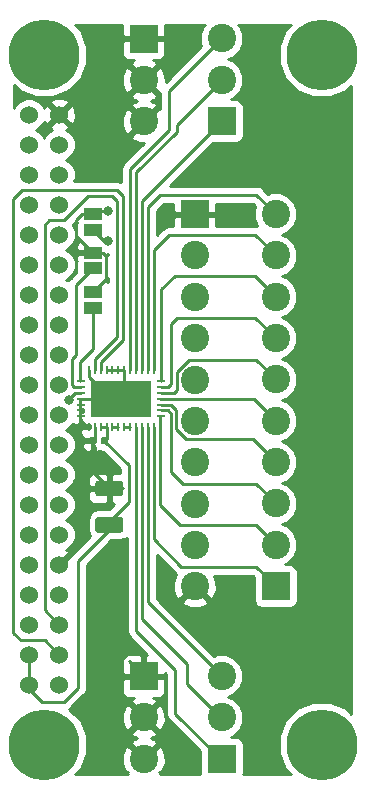
<source format=gbl>
G04 #@! TF.GenerationSoftware,KiCad,Pcbnew,(5.0.0)*
G04 #@! TF.CreationDate,2018-11-05T10:44:16+00:00*
G04 #@! TF.ProjectId,analog,616E616C6F672E6B696361645F706362,rev?*
G04 #@! TF.SameCoordinates,Original*
G04 #@! TF.FileFunction,Copper,L2,Bot,Signal*
G04 #@! TF.FilePolarity,Positive*
%FSLAX46Y46*%
G04 Gerber Fmt 4.6, Leading zero omitted, Abs format (unit mm)*
G04 Created by KiCad (PCBNEW (5.0.0)) date 11/05/18 10:44:16*
%MOMM*%
%LPD*%
G01*
G04 APERTURE LIST*
G04 #@! TA.AperFunction,ComponentPad*
%ADD10C,6.000000*%
G04 #@! TD*
G04 #@! TA.AperFunction,ComponentPad*
%ADD11C,1.524000*%
G04 #@! TD*
G04 #@! TA.AperFunction,SMDPad,CuDef*
%ADD12R,1.500000X1.000000*%
G04 #@! TD*
G04 #@! TA.AperFunction,Conductor*
%ADD13C,0.100000*%
G04 #@! TD*
G04 #@! TA.AperFunction,SMDPad,CuDef*
%ADD14C,1.325000*%
G04 #@! TD*
G04 #@! TA.AperFunction,ComponentPad*
%ADD15C,2.400000*%
G04 #@! TD*
G04 #@! TA.AperFunction,ComponentPad*
%ADD16R,2.400000X2.400000*%
G04 #@! TD*
G04 #@! TA.AperFunction,SMDPad,CuDef*
%ADD17C,0.590000*%
G04 #@! TD*
G04 #@! TA.AperFunction,SMDPad,CuDef*
%ADD18R,0.250000X0.700000*%
G04 #@! TD*
G04 #@! TA.AperFunction,SMDPad,CuDef*
%ADD19R,0.700000X0.250000*%
G04 #@! TD*
G04 #@! TA.AperFunction,SMDPad,CuDef*
%ADD20R,5.150000X3.150000*%
G04 #@! TD*
G04 #@! TA.AperFunction,ViaPad*
%ADD21C,0.800000*%
G04 #@! TD*
G04 #@! TA.AperFunction,Conductor*
%ADD22C,0.250000*%
G04 #@! TD*
G04 #@! TA.AperFunction,Conductor*
%ADD23C,0.254000*%
G04 #@! TD*
G04 APERTURE END LIST*
D10*
G04 #@! TO.P,U1,*
G04 #@! TO.N,*
X148665001Y-85800001D03*
X148665001Y-144220001D03*
X125170001Y-85800001D03*
X125170001Y-144220001D03*
D11*
G04 #@! TO.P,U1,40*
G04 #@! TO.N,Net-(U1-Pad40)*
X123900001Y-90880001D03*
G04 #@! TO.P,U1,39*
G04 #@! TO.N,GND*
X126440001Y-90880001D03*
G04 #@! TO.P,U1,38*
G04 #@! TO.N,Net-(U1-Pad38)*
X123900001Y-93420001D03*
G04 #@! TO.P,U1,37*
G04 #@! TO.N,Net-(U1-Pad37)*
X126440001Y-93420001D03*
G04 #@! TO.P,U1,36*
G04 #@! TO.N,Net-(U1-Pad36)*
X123900001Y-95960001D03*
G04 #@! TO.P,U1,35*
G04 #@! TO.N,Net-(U1-Pad35)*
X126440001Y-95960001D03*
G04 #@! TO.P,U1,34*
G04 #@! TO.N,GND*
X123900001Y-98500001D03*
G04 #@! TO.P,U1,33*
G04 #@! TO.N,Net-(U1-Pad33)*
X126440001Y-98500001D03*
G04 #@! TO.P,U1,32*
G04 #@! TO.N,Net-(U1-Pad32)*
X123900001Y-101040001D03*
G04 #@! TO.P,U1,31*
G04 #@! TO.N,Net-(U1-Pad31)*
X126440001Y-101040001D03*
G04 #@! TO.P,U1,30*
G04 #@! TO.N,GND*
X123900001Y-103580001D03*
G04 #@! TO.P,U1,29*
G04 #@! TO.N,Net-(U1-Pad29)*
X126440001Y-103580001D03*
G04 #@! TO.P,U1,28*
G04 #@! TO.N,Net-(U1-Pad28)*
X123900001Y-106120001D03*
G04 #@! TO.P,U1,27*
G04 #@! TO.N,Net-(U1-Pad27)*
X126440001Y-106120001D03*
G04 #@! TO.P,U1,26*
G04 #@! TO.N,Net-(U1-Pad26)*
X123900001Y-108660001D03*
G04 #@! TO.P,U1,25*
G04 #@! TO.N,GND*
X126440001Y-108660001D03*
G04 #@! TO.P,U1,24*
G04 #@! TO.N,Net-(U1-Pad24)*
X123900001Y-111200001D03*
G04 #@! TO.P,U1,23*
G04 #@! TO.N,Net-(U1-Pad23)*
X126440001Y-111200001D03*
G04 #@! TO.P,U1,22*
G04 #@! TO.N,Net-(U1-Pad22)*
X123900001Y-113740001D03*
G04 #@! TO.P,U1,21*
G04 #@! TO.N,Net-(U1-Pad21)*
X126440001Y-113740001D03*
G04 #@! TO.P,U1,20*
G04 #@! TO.N,GND*
X123900001Y-116280001D03*
G04 #@! TO.P,U1,19*
G04 #@! TO.N,Net-(U1-Pad19)*
X126440001Y-116280001D03*
G04 #@! TO.P,U1,18*
G04 #@! TO.N,Net-(U1-Pad18)*
X123900001Y-118820001D03*
G04 #@! TO.P,U1,17*
G04 #@! TO.N,Net-(U1-Pad17)*
X126440001Y-118820001D03*
G04 #@! TO.P,U1,16*
G04 #@! TO.N,Net-(U1-Pad16)*
X123900001Y-121360001D03*
G04 #@! TO.P,U1,15*
G04 #@! TO.N,Net-(U1-Pad15)*
X126440001Y-121360001D03*
G04 #@! TO.P,U1,14*
G04 #@! TO.N,GND*
X123900001Y-123900001D03*
G04 #@! TO.P,U1,13*
G04 #@! TO.N,Net-(U1-Pad13)*
X126440001Y-123900001D03*
G04 #@! TO.P,U1,12*
G04 #@! TO.N,Net-(U1-Pad12)*
X123900001Y-126440001D03*
G04 #@! TO.P,U1,11*
G04 #@! TO.N,Net-(U1-Pad11)*
X126440001Y-126440001D03*
G04 #@! TO.P,U1,10*
G04 #@! TO.N,Net-(U1-Pad10)*
X123900001Y-128980001D03*
G04 #@! TO.P,U1,9*
G04 #@! TO.N,GND*
X126440001Y-128980001D03*
G04 #@! TO.P,U1,8*
G04 #@! TO.N,Net-(U1-Pad8)*
X123900001Y-131520001D03*
G04 #@! TO.P,U1,7*
G04 #@! TO.N,Net-(U1-Pad7)*
X126440001Y-131520001D03*
G04 #@! TO.P,U1,6*
G04 #@! TO.N,GND*
X123900001Y-134060001D03*
G04 #@! TO.P,U1,5*
G04 #@! TO.N,SCL*
X126440001Y-134060001D03*
G04 #@! TO.P,U1,4*
G04 #@! TO.N,5V*
X123900001Y-136600001D03*
G04 #@! TO.P,U1,3*
G04 #@! TO.N,SDA*
X126440001Y-136600001D03*
G04 #@! TO.P,U1,2*
G04 #@! TO.N,5V*
X123900001Y-139140001D03*
G04 #@! TO.P,U1,1*
G04 #@! TO.N,Net-(U1-Pad1)*
X126440001Y-139140001D03*
G04 #@! TD*
D12*
G04 #@! TO.P,JP3,2*
G04 #@! TO.N,Net-(JP3-Pad2)*
X129286000Y-100614000D03*
G04 #@! TO.P,JP3,1*
G04 #@! TO.N,GND*
X129286000Y-99314000D03*
G04 #@! TD*
D13*
G04 #@! TO.N,5V*
G04 #@! TO.C,C2*
G36*
X131632505Y-124955204D02*
X131656773Y-124958804D01*
X131680572Y-124964765D01*
X131703671Y-124973030D01*
X131725850Y-124983520D01*
X131746893Y-124996132D01*
X131766599Y-125010747D01*
X131784777Y-125027223D01*
X131801253Y-125045401D01*
X131815868Y-125065107D01*
X131828480Y-125086150D01*
X131838970Y-125108329D01*
X131847235Y-125131428D01*
X131853196Y-125155227D01*
X131856796Y-125179495D01*
X131858000Y-125203999D01*
X131858000Y-126029001D01*
X131856796Y-126053505D01*
X131853196Y-126077773D01*
X131847235Y-126101572D01*
X131838970Y-126124671D01*
X131828480Y-126146850D01*
X131815868Y-126167893D01*
X131801253Y-126187599D01*
X131784777Y-126205777D01*
X131766599Y-126222253D01*
X131746893Y-126236868D01*
X131725850Y-126249480D01*
X131703671Y-126259970D01*
X131680572Y-126268235D01*
X131656773Y-126274196D01*
X131632505Y-126277796D01*
X131608001Y-126279000D01*
X129757999Y-126279000D01*
X129733495Y-126277796D01*
X129709227Y-126274196D01*
X129685428Y-126268235D01*
X129662329Y-126259970D01*
X129640150Y-126249480D01*
X129619107Y-126236868D01*
X129599401Y-126222253D01*
X129581223Y-126205777D01*
X129564747Y-126187599D01*
X129550132Y-126167893D01*
X129537520Y-126146850D01*
X129527030Y-126124671D01*
X129518765Y-126101572D01*
X129512804Y-126077773D01*
X129509204Y-126053505D01*
X129508000Y-126029001D01*
X129508000Y-125203999D01*
X129509204Y-125179495D01*
X129512804Y-125155227D01*
X129518765Y-125131428D01*
X129527030Y-125108329D01*
X129537520Y-125086150D01*
X129550132Y-125065107D01*
X129564747Y-125045401D01*
X129581223Y-125027223D01*
X129599401Y-125010747D01*
X129619107Y-124996132D01*
X129640150Y-124983520D01*
X129662329Y-124973030D01*
X129685428Y-124964765D01*
X129709227Y-124958804D01*
X129733495Y-124955204D01*
X129757999Y-124954000D01*
X131608001Y-124954000D01*
X131632505Y-124955204D01*
X131632505Y-124955204D01*
G37*
D14*
G04 #@! TD*
G04 #@! TO.P,C2,1*
G04 #@! TO.N,5V*
X130683000Y-125616500D03*
D13*
G04 #@! TO.N,GND*
G04 #@! TO.C,C2*
G36*
X131632505Y-121880204D02*
X131656773Y-121883804D01*
X131680572Y-121889765D01*
X131703671Y-121898030D01*
X131725850Y-121908520D01*
X131746893Y-121921132D01*
X131766599Y-121935747D01*
X131784777Y-121952223D01*
X131801253Y-121970401D01*
X131815868Y-121990107D01*
X131828480Y-122011150D01*
X131838970Y-122033329D01*
X131847235Y-122056428D01*
X131853196Y-122080227D01*
X131856796Y-122104495D01*
X131858000Y-122128999D01*
X131858000Y-122954001D01*
X131856796Y-122978505D01*
X131853196Y-123002773D01*
X131847235Y-123026572D01*
X131838970Y-123049671D01*
X131828480Y-123071850D01*
X131815868Y-123092893D01*
X131801253Y-123112599D01*
X131784777Y-123130777D01*
X131766599Y-123147253D01*
X131746893Y-123161868D01*
X131725850Y-123174480D01*
X131703671Y-123184970D01*
X131680572Y-123193235D01*
X131656773Y-123199196D01*
X131632505Y-123202796D01*
X131608001Y-123204000D01*
X129757999Y-123204000D01*
X129733495Y-123202796D01*
X129709227Y-123199196D01*
X129685428Y-123193235D01*
X129662329Y-123184970D01*
X129640150Y-123174480D01*
X129619107Y-123161868D01*
X129599401Y-123147253D01*
X129581223Y-123130777D01*
X129564747Y-123112599D01*
X129550132Y-123092893D01*
X129537520Y-123071850D01*
X129527030Y-123049671D01*
X129518765Y-123026572D01*
X129512804Y-123002773D01*
X129509204Y-122978505D01*
X129508000Y-122954001D01*
X129508000Y-122128999D01*
X129509204Y-122104495D01*
X129512804Y-122080227D01*
X129518765Y-122056428D01*
X129527030Y-122033329D01*
X129537520Y-122011150D01*
X129550132Y-121990107D01*
X129564747Y-121970401D01*
X129581223Y-121952223D01*
X129599401Y-121935747D01*
X129619107Y-121921132D01*
X129640150Y-121908520D01*
X129662329Y-121898030D01*
X129685428Y-121889765D01*
X129709227Y-121883804D01*
X129733495Y-121880204D01*
X129757999Y-121879000D01*
X131608001Y-121879000D01*
X131632505Y-121880204D01*
X131632505Y-121880204D01*
G37*
D14*
G04 #@! TD*
G04 #@! TO.P,C2,2*
G04 #@! TO.N,GND*
X130683000Y-122541500D03*
D15*
G04 #@! TO.P,J3,3*
G04 #@! TO.N,Net-(J3-Pad3)*
X140208000Y-138415000D03*
G04 #@! TO.P,J3,2*
G04 #@! TO.N,Net-(J3-Pad2)*
X140208000Y-141915000D03*
D16*
G04 #@! TO.P,J3,1*
G04 #@! TO.N,Net-(J3-Pad1)*
X140208000Y-145415000D03*
G04 #@! TD*
G04 #@! TO.P,J4,1*
G04 #@! TO.N,GND*
X133604000Y-138430000D03*
D15*
G04 #@! TO.P,J4,2*
X133604000Y-141930000D03*
G04 #@! TO.P,J4,3*
X133604000Y-145430000D03*
G04 #@! TD*
D16*
G04 #@! TO.P,J1,1*
G04 #@! TO.N,Net-(J1-Pad1)*
X140208000Y-91440000D03*
D15*
G04 #@! TO.P,J1,2*
G04 #@! TO.N,Net-(J1-Pad2)*
X140208000Y-87940000D03*
G04 #@! TO.P,J1,3*
G04 #@! TO.N,Net-(J1-Pad3)*
X140208000Y-84440000D03*
G04 #@! TD*
D16*
G04 #@! TO.P,J2,1*
G04 #@! TO.N,Net-(J2-Pad1)*
X144780000Y-130810000D03*
D15*
G04 #@! TO.P,J2,2*
G04 #@! TO.N,Net-(J2-Pad2)*
X144780000Y-127310000D03*
G04 #@! TO.P,J2,3*
G04 #@! TO.N,Net-(J2-Pad3)*
X144780000Y-123810000D03*
G04 #@! TO.P,J2,4*
G04 #@! TO.N,Net-(J2-Pad4)*
X144780000Y-120310000D03*
G04 #@! TO.P,J2,5*
G04 #@! TO.N,Net-(J2-Pad5)*
X144780000Y-116810000D03*
G04 #@! TO.P,J2,6*
G04 #@! TO.N,Net-(J2-Pad6)*
X144780000Y-113310000D03*
G04 #@! TO.P,J2,7*
G04 #@! TO.N,Net-(J2-Pad7)*
X144780000Y-109810000D03*
G04 #@! TO.P,J2,8*
G04 #@! TO.N,Net-(J2-Pad8)*
X144780000Y-106310000D03*
G04 #@! TO.P,J2,9*
G04 #@! TO.N,Net-(J2-Pad9)*
X144780000Y-102810000D03*
G04 #@! TO.P,J2,10*
G04 #@! TO.N,Net-(J2-Pad10)*
X144780000Y-99310000D03*
G04 #@! TD*
D13*
G04 #@! TO.N,5V*
G04 #@! TO.C,C1*
G36*
X130440958Y-118171710D02*
X130455276Y-118173834D01*
X130469317Y-118177351D01*
X130482946Y-118182228D01*
X130496031Y-118188417D01*
X130508447Y-118195858D01*
X130520073Y-118204481D01*
X130530798Y-118214202D01*
X130540519Y-118224927D01*
X130549142Y-118236553D01*
X130556583Y-118248969D01*
X130562772Y-118262054D01*
X130567649Y-118275683D01*
X130571166Y-118289724D01*
X130573290Y-118304042D01*
X130574000Y-118318500D01*
X130574000Y-118663500D01*
X130573290Y-118677958D01*
X130571166Y-118692276D01*
X130567649Y-118706317D01*
X130562772Y-118719946D01*
X130556583Y-118733031D01*
X130549142Y-118745447D01*
X130540519Y-118757073D01*
X130530798Y-118767798D01*
X130520073Y-118777519D01*
X130508447Y-118786142D01*
X130496031Y-118793583D01*
X130482946Y-118799772D01*
X130469317Y-118804649D01*
X130455276Y-118808166D01*
X130440958Y-118810290D01*
X130426500Y-118811000D01*
X130131500Y-118811000D01*
X130117042Y-118810290D01*
X130102724Y-118808166D01*
X130088683Y-118804649D01*
X130075054Y-118799772D01*
X130061969Y-118793583D01*
X130049553Y-118786142D01*
X130037927Y-118777519D01*
X130027202Y-118767798D01*
X130017481Y-118757073D01*
X130008858Y-118745447D01*
X130001417Y-118733031D01*
X129995228Y-118719946D01*
X129990351Y-118706317D01*
X129986834Y-118692276D01*
X129984710Y-118677958D01*
X129984000Y-118663500D01*
X129984000Y-118318500D01*
X129984710Y-118304042D01*
X129986834Y-118289724D01*
X129990351Y-118275683D01*
X129995228Y-118262054D01*
X130001417Y-118248969D01*
X130008858Y-118236553D01*
X130017481Y-118224927D01*
X130027202Y-118214202D01*
X130037927Y-118204481D01*
X130049553Y-118195858D01*
X130061969Y-118188417D01*
X130075054Y-118182228D01*
X130088683Y-118177351D01*
X130102724Y-118173834D01*
X130117042Y-118171710D01*
X130131500Y-118171000D01*
X130426500Y-118171000D01*
X130440958Y-118171710D01*
X130440958Y-118171710D01*
G37*
D17*
G04 #@! TD*
G04 #@! TO.P,C1,1*
G04 #@! TO.N,5V*
X130279000Y-118491000D03*
D13*
G04 #@! TO.N,GND*
G04 #@! TO.C,C1*
G36*
X129470958Y-118171710D02*
X129485276Y-118173834D01*
X129499317Y-118177351D01*
X129512946Y-118182228D01*
X129526031Y-118188417D01*
X129538447Y-118195858D01*
X129550073Y-118204481D01*
X129560798Y-118214202D01*
X129570519Y-118224927D01*
X129579142Y-118236553D01*
X129586583Y-118248969D01*
X129592772Y-118262054D01*
X129597649Y-118275683D01*
X129601166Y-118289724D01*
X129603290Y-118304042D01*
X129604000Y-118318500D01*
X129604000Y-118663500D01*
X129603290Y-118677958D01*
X129601166Y-118692276D01*
X129597649Y-118706317D01*
X129592772Y-118719946D01*
X129586583Y-118733031D01*
X129579142Y-118745447D01*
X129570519Y-118757073D01*
X129560798Y-118767798D01*
X129550073Y-118777519D01*
X129538447Y-118786142D01*
X129526031Y-118793583D01*
X129512946Y-118799772D01*
X129499317Y-118804649D01*
X129485276Y-118808166D01*
X129470958Y-118810290D01*
X129456500Y-118811000D01*
X129161500Y-118811000D01*
X129147042Y-118810290D01*
X129132724Y-118808166D01*
X129118683Y-118804649D01*
X129105054Y-118799772D01*
X129091969Y-118793583D01*
X129079553Y-118786142D01*
X129067927Y-118777519D01*
X129057202Y-118767798D01*
X129047481Y-118757073D01*
X129038858Y-118745447D01*
X129031417Y-118733031D01*
X129025228Y-118719946D01*
X129020351Y-118706317D01*
X129016834Y-118692276D01*
X129014710Y-118677958D01*
X129014000Y-118663500D01*
X129014000Y-118318500D01*
X129014710Y-118304042D01*
X129016834Y-118289724D01*
X129020351Y-118275683D01*
X129025228Y-118262054D01*
X129031417Y-118248969D01*
X129038858Y-118236553D01*
X129047481Y-118224927D01*
X129057202Y-118214202D01*
X129067927Y-118204481D01*
X129079553Y-118195858D01*
X129091969Y-118188417D01*
X129105054Y-118182228D01*
X129118683Y-118177351D01*
X129132724Y-118173834D01*
X129147042Y-118171710D01*
X129161500Y-118171000D01*
X129456500Y-118171000D01*
X129470958Y-118171710D01*
X129470958Y-118171710D01*
G37*
D17*
G04 #@! TD*
G04 #@! TO.P,C1,2*
G04 #@! TO.N,GND*
X129309000Y-118491000D03*
D16*
G04 #@! TO.P,J5,1*
G04 #@! TO.N,GND*
X137922000Y-99314000D03*
D15*
G04 #@! TO.P,J5,2*
X137922000Y-102814000D03*
G04 #@! TO.P,J5,3*
X137922000Y-106314000D03*
G04 #@! TO.P,J5,4*
X137922000Y-109814000D03*
G04 #@! TO.P,J5,5*
X137922000Y-113314000D03*
G04 #@! TO.P,J5,6*
X137922000Y-116814000D03*
G04 #@! TO.P,J5,7*
X137922000Y-120314000D03*
G04 #@! TO.P,J5,8*
X137922000Y-123814000D03*
G04 #@! TO.P,J5,9*
X137922000Y-127314000D03*
G04 #@! TO.P,J5,10*
X137922000Y-130814000D03*
G04 #@! TD*
G04 #@! TO.P,J6,3*
G04 #@! TO.N,GND*
X133604000Y-91455000D03*
G04 #@! TO.P,J6,2*
X133604000Y-87955000D03*
D16*
G04 #@! TO.P,J6,1*
X133604000Y-84455000D03*
G04 #@! TD*
D12*
G04 #@! TO.P,JP1,2*
G04 #@! TO.N,Net-(JP1-Pad2)*
X129286000Y-107218000D03*
G04 #@! TO.P,JP1,1*
G04 #@! TO.N,GND*
X129286000Y-105918000D03*
G04 #@! TD*
G04 #@! TO.P,JP2,1*
G04 #@! TO.N,GND*
X129286000Y-102586000D03*
G04 #@! TO.P,JP2,2*
G04 #@! TO.N,Net-(JP2-Pad2)*
X129286000Y-103886000D03*
G04 #@! TD*
D18*
G04 #@! TO.P,U2,1*
G04 #@! TO.N,GND*
X128949000Y-112535000D03*
G04 #@! TO.P,U2,2*
G04 #@! TO.N,SCL*
X129449000Y-112535000D03*
G04 #@! TO.P,U2,3*
G04 #@! TO.N,SDA*
X129949000Y-112535000D03*
G04 #@! TO.P,U2,4*
G04 #@! TO.N,GND*
X130449000Y-112535000D03*
G04 #@! TO.P,U2,5*
X130949000Y-112535000D03*
G04 #@! TO.P,U2,6*
X131449000Y-112535000D03*
G04 #@! TO.P,U2,7*
X131949000Y-112535000D03*
G04 #@! TO.P,U2,8*
G04 #@! TO.N,Net-(J1-Pad3)*
X132449000Y-112535000D03*
G04 #@! TO.P,U2,9*
G04 #@! TO.N,Net-(J1-Pad2)*
X132949000Y-112535000D03*
G04 #@! TO.P,U2,10*
G04 #@! TO.N,Net-(J1-Pad1)*
X133449000Y-112535000D03*
G04 #@! TO.P,U2,11*
G04 #@! TO.N,Net-(J2-Pad10)*
X133949000Y-112535000D03*
G04 #@! TO.P,U2,12*
G04 #@! TO.N,Net-(J2-Pad9)*
X134449000Y-112535000D03*
D19*
G04 #@! TO.P,U2,13*
G04 #@! TO.N,Net-(J2-Pad8)*
X135099000Y-113435000D03*
G04 #@! TO.P,U2,14*
G04 #@! TO.N,Net-(J2-Pad7)*
X135099000Y-113935000D03*
G04 #@! TO.P,U2,15*
G04 #@! TO.N,Net-(J2-Pad6)*
X135099000Y-114435000D03*
G04 #@! TO.P,U2,16*
G04 #@! TO.N,Net-(J2-Pad5)*
X135099000Y-114935000D03*
G04 #@! TO.P,U2,17*
G04 #@! TO.N,Net-(J2-Pad4)*
X135099000Y-115435000D03*
G04 #@! TO.P,U2,18*
G04 #@! TO.N,Net-(J2-Pad3)*
X135099000Y-115935000D03*
G04 #@! TO.P,U2,19*
G04 #@! TO.N,Net-(J2-Pad2)*
X135099000Y-116435000D03*
D18*
G04 #@! TO.P,U2,20*
G04 #@! TO.N,Net-(J2-Pad1)*
X134449000Y-117335000D03*
G04 #@! TO.P,U2,21*
G04 #@! TO.N,Net-(J3-Pad3)*
X133949000Y-117335000D03*
G04 #@! TO.P,U2,22*
G04 #@! TO.N,Net-(J3-Pad2)*
X133449000Y-117335000D03*
G04 #@! TO.P,U2,23*
G04 #@! TO.N,Net-(J3-Pad1)*
X132949000Y-117335000D03*
G04 #@! TO.P,U2,24*
G04 #@! TO.N,Net-(U2-Pad24)*
X132449000Y-117335000D03*
G04 #@! TO.P,U2,25*
X131949000Y-117335000D03*
G04 #@! TO.P,U2,26*
G04 #@! TO.N,Net-(U2-Pad26)*
X131449000Y-117335000D03*
G04 #@! TO.P,U2,27*
X130949000Y-117335000D03*
G04 #@! TO.P,U2,28*
G04 #@! TO.N,5V*
X130449000Y-117335000D03*
G04 #@! TO.P,U2,29*
X129949000Y-117335000D03*
G04 #@! TO.P,U2,30*
G04 #@! TO.N,GND*
X129449000Y-117335000D03*
G04 #@! TO.P,U2,31*
X128949000Y-117335000D03*
D19*
G04 #@! TO.P,U2,32*
X128299000Y-116435000D03*
G04 #@! TO.P,U2,33*
X128299000Y-115935000D03*
G04 #@! TO.P,U2,34*
X128299000Y-115435000D03*
G04 #@! TO.P,U2,35*
X128299000Y-114935000D03*
G04 #@! TO.P,U2,36*
G04 #@! TO.N,Net-(JP3-Pad2)*
X128299000Y-114435000D03*
G04 #@! TO.P,U2,37*
G04 #@! TO.N,Net-(JP2-Pad2)*
X128299000Y-113935000D03*
G04 #@! TO.P,U2,38*
G04 #@! TO.N,Net-(JP1-Pad2)*
X128299000Y-113435000D03*
D20*
G04 #@! TO.P,U2,39*
G04 #@! TO.N,GND*
X131699000Y-114935000D03*
G04 #@! TD*
D21*
G04 #@! TO.N,GND*
X130556000Y-99060000D03*
G04 #@! TO.N,Net-(JP3-Pad2)*
X127254000Y-115062000D03*
X130556000Y-101600000D03*
G04 #@! TD*
D22*
G04 #@! TO.N,GND*
X129322000Y-118478000D02*
X129309000Y-118491000D01*
X128172000Y-115935000D02*
X128172000Y-116435000D01*
X132334000Y-137160000D02*
X133604000Y-138430000D01*
X128172000Y-116685000D02*
X128822000Y-117335000D01*
X128172000Y-116435000D02*
X128172000Y-116685000D01*
X130937000Y-122541500D02*
X131812500Y-122541500D01*
X130683000Y-122541500D02*
X131304500Y-122541500D01*
X129309000Y-121167500D02*
X130683000Y-122541500D01*
X129309000Y-118491000D02*
X129309000Y-121167500D01*
X128172000Y-114935000D02*
X128172000Y-115435000D01*
X128172000Y-115435000D02*
X128172000Y-115935000D01*
X129449000Y-118351000D02*
X129309000Y-118491000D01*
X129449000Y-117335000D02*
X129449000Y-118351000D01*
X131949000Y-114685000D02*
X131699000Y-114935000D01*
X131949000Y-112535000D02*
X131949000Y-114685000D01*
X130449000Y-112535000D02*
X131949000Y-112535000D01*
X128299000Y-114935000D02*
X131699000Y-114935000D01*
X128949000Y-112535000D02*
X128949000Y-113074000D01*
X130810000Y-114935000D02*
X131699000Y-114935000D01*
X128949000Y-113074000D02*
X130810000Y-114935000D01*
X129286000Y-102586000D02*
X130145000Y-102586000D01*
X130145000Y-102586000D02*
X130429000Y-102870000D01*
X130429000Y-104775000D02*
X129286000Y-105918000D01*
X130429000Y-102870000D02*
X130429000Y-104775000D01*
X129286000Y-99314000D02*
X128397000Y-99314000D01*
X128397000Y-99314000D02*
X127889000Y-99822000D01*
X127889000Y-101189000D02*
X129286000Y-102586000D01*
X127889000Y-99822000D02*
X127889000Y-101189000D01*
X129540000Y-99060000D02*
X129286000Y-99314000D01*
X130556000Y-99060000D02*
X129540000Y-99060000D01*
G04 #@! TO.N,SCL*
X125222000Y-100203000D02*
X125222000Y-132842000D01*
X125603000Y-99822000D02*
X125222000Y-100203000D01*
X126873000Y-99822000D02*
X125603000Y-99822000D01*
X125222000Y-132842000D02*
X126440001Y-134060001D01*
X131318000Y-109728000D02*
X131318000Y-98171000D01*
X131318000Y-98171000D02*
X130937000Y-97790000D01*
X130937000Y-97790000D02*
X128905000Y-97790000D01*
X128905000Y-97790000D02*
X126873000Y-99822000D01*
X129449000Y-111597000D02*
X131318000Y-109728000D01*
X129449000Y-112535000D02*
X129449000Y-111597000D01*
G04 #@! TO.N,5V*
X123900001Y-139140001D02*
X123900001Y-136600001D01*
X123900001Y-139140001D02*
X123900001Y-139521001D01*
X123900001Y-139521001D02*
X124968000Y-140589000D01*
X124968000Y-140589000D02*
X126873000Y-140589000D01*
X126873000Y-140589000D02*
X128016000Y-139446000D01*
X128016000Y-128692000D02*
X131064000Y-125644000D01*
X128016000Y-139446000D02*
X128016000Y-128692000D01*
X130683000Y-125616500D02*
X130683000Y-125349000D01*
X130683000Y-125349000D02*
X132334000Y-123698000D01*
X132334000Y-120546000D02*
X130279000Y-118491000D01*
X132334000Y-123698000D02*
X132334000Y-120546000D01*
X130449000Y-118321000D02*
X130279000Y-118491000D01*
X130449000Y-117335000D02*
X130449000Y-118321000D01*
X129949000Y-117335000D02*
X130449000Y-117335000D01*
G04 #@! TO.N,SDA*
X123190000Y-135382000D02*
X125222000Y-135382000D01*
X122555000Y-134747000D02*
X123190000Y-135382000D01*
X122555000Y-98044000D02*
X122555000Y-134747000D01*
X131826000Y-109982000D02*
X131826000Y-97790000D01*
X131826000Y-97790000D02*
X131318000Y-97282000D01*
X125222000Y-135382000D02*
X126440001Y-136600001D01*
X131318000Y-97282000D02*
X123317000Y-97282000D01*
X123317000Y-97282000D02*
X122555000Y-98044000D01*
X129949000Y-111859000D02*
X131826000Y-109982000D01*
X129949000Y-112535000D02*
X129949000Y-111859000D01*
G04 #@! TO.N,Net-(U2-Pad24)*
X131949000Y-117335000D02*
X132449000Y-117335000D01*
G04 #@! TO.N,Net-(U2-Pad26)*
X130949000Y-117335000D02*
X131449000Y-117335000D01*
G04 #@! TO.N,Net-(J1-Pad3)*
X135763000Y-88885000D02*
X140208000Y-84440000D01*
X135763000Y-92202000D02*
X135763000Y-88885000D01*
X132449000Y-95516000D02*
X132461000Y-95504000D01*
X132449000Y-112535000D02*
X132449000Y-95516000D01*
X132461000Y-95504000D02*
X135763000Y-92202000D01*
G04 #@! TO.N,Net-(J1-Pad1)*
X133449000Y-98199000D02*
X133477000Y-98171000D01*
X133449000Y-112535000D02*
X133449000Y-98199000D01*
X133477000Y-98171000D02*
X140208000Y-91440000D01*
G04 #@! TO.N,Net-(J1-Pad2)*
X136398000Y-91750000D02*
X140208000Y-87940000D01*
X136398000Y-92329000D02*
X136398000Y-91750000D01*
X132949000Y-95778000D02*
X132969000Y-95758000D01*
X132949000Y-112535000D02*
X132949000Y-95778000D01*
X132969000Y-95758000D02*
X136398000Y-92329000D01*
G04 #@! TO.N,Net-(J2-Pad1)*
X143129000Y-129159000D02*
X144780000Y-130810000D01*
X136779000Y-129159000D02*
X143129000Y-129159000D01*
X134449000Y-126829000D02*
X136779000Y-129159000D01*
X134449000Y-117335000D02*
X134449000Y-126829000D01*
G04 #@! TO.N,Net-(J2-Pad2)*
X134972000Y-116435000D02*
X134972000Y-123923000D01*
X134972000Y-123923000D02*
X136652000Y-125603000D01*
X143073000Y-125603000D02*
X144780000Y-127310000D01*
X136652000Y-125603000D02*
X143073000Y-125603000D01*
G04 #@! TO.N,Net-(J2-Pad3)*
X143144000Y-122174000D02*
X144780000Y-123810000D01*
X136906000Y-122174000D02*
X143144000Y-122174000D01*
X135099000Y-115935000D02*
X135620000Y-115935000D01*
X135890000Y-116205000D02*
X135890000Y-121158000D01*
X135620000Y-115935000D02*
X135890000Y-116205000D01*
X135890000Y-121158000D02*
X136906000Y-122174000D01*
G04 #@! TO.N,Net-(J2-Pad4)*
X142834000Y-118364000D02*
X144780000Y-120310000D01*
X137160000Y-118364000D02*
X142834000Y-118364000D01*
X135099000Y-115435000D02*
X135882000Y-115435000D01*
X135882000Y-115435000D02*
X136340010Y-115893010D01*
X136340010Y-117544010D02*
X137160000Y-118364000D01*
X136340010Y-115893010D02*
X136340010Y-117544010D01*
G04 #@! TO.N,Net-(J2-Pad5)*
X142905000Y-114935000D02*
X144780000Y-116810000D01*
X134972000Y-114935000D02*
X142905000Y-114935000D01*
G04 #@! TO.N,Net-(J2-Pad6)*
X143103000Y-111633000D02*
X144780000Y-113310000D01*
X137414000Y-111633000D02*
X143103000Y-111633000D01*
X135099000Y-114435000D02*
X136136000Y-114435000D01*
X136136000Y-114435000D02*
X136396999Y-114174001D01*
X136396999Y-112650001D02*
X137414000Y-111633000D01*
X136396999Y-114174001D02*
X136396999Y-112650001D01*
G04 #@! TO.N,Net-(J2-Pad7)*
X143047000Y-108077000D02*
X144780000Y-109810000D01*
X136398000Y-108077000D02*
X143047000Y-108077000D01*
X135099000Y-113935000D02*
X135620000Y-113935000D01*
X135890000Y-113665000D02*
X135890000Y-108585000D01*
X135620000Y-113935000D02*
X135890000Y-113665000D01*
X135890000Y-108585000D02*
X136398000Y-108077000D01*
G04 #@! TO.N,Net-(J2-Pad8)*
X142991000Y-104521000D02*
X144780000Y-106310000D01*
X136271000Y-104521000D02*
X142991000Y-104521000D01*
X135099000Y-105693000D02*
X136271000Y-104521000D01*
X135099000Y-113435000D02*
X135099000Y-105693000D01*
G04 #@! TO.N,Net-(J2-Pad9)*
X143062000Y-101092000D02*
X144780000Y-102810000D01*
X135763000Y-101092000D02*
X143062000Y-101092000D01*
X134449000Y-102406000D02*
X134493000Y-102362000D01*
X134449000Y-112535000D02*
X134449000Y-102406000D01*
X134493000Y-102362000D02*
X135763000Y-101092000D01*
G04 #@! TO.N,Net-(J2-Pad10)*
X143133000Y-97663000D02*
X144780000Y-99310000D01*
X135001000Y-97663000D02*
X143133000Y-97663000D01*
X133949000Y-98715000D02*
X133985000Y-98679000D01*
X133949000Y-112535000D02*
X133949000Y-98715000D01*
X133985000Y-98679000D02*
X135001000Y-97663000D01*
G04 #@! TO.N,Net-(J3-Pad3)*
X133949000Y-132156000D02*
X140208000Y-138415000D01*
X133949000Y-117335000D02*
X133949000Y-132156000D01*
G04 #@! TO.N,Net-(J3-Pad2)*
X137287000Y-139121000D02*
X140208000Y-142042000D01*
X137287000Y-137414000D02*
X137287000Y-139121000D01*
X133449000Y-133576000D02*
X137287000Y-137414000D01*
X133449000Y-117335000D02*
X133449000Y-133576000D01*
G04 #@! TO.N,Net-(J3-Pad1)*
X136271000Y-141605000D02*
X140208000Y-145542000D01*
X136271000Y-137922000D02*
X136271000Y-141605000D01*
X132949000Y-134600000D02*
X136271000Y-137922000D01*
X132949000Y-117335000D02*
X132949000Y-134600000D01*
G04 #@! TO.N,Net-(JP1-Pad2)*
X128172000Y-113435000D02*
X128172000Y-111858000D01*
X129286000Y-110744000D02*
X129286000Y-107218000D01*
X128172000Y-111858000D02*
X129286000Y-110744000D01*
G04 #@! TO.N,Net-(JP2-Pad2)*
X127889000Y-105283000D02*
X129286000Y-103886000D01*
X127889000Y-111252000D02*
X127889000Y-105283000D01*
X127527002Y-111613998D02*
X127889000Y-111252000D01*
X127527002Y-113792000D02*
X127527002Y-111613998D01*
X128299000Y-113935000D02*
X127670002Y-113935000D01*
X127670002Y-113935000D02*
X127527002Y-113792000D01*
G04 #@! TO.N,Net-(JP3-Pad2)*
X128299000Y-114435000D02*
X127754000Y-114435000D01*
X127754000Y-114435000D02*
X127254000Y-114935000D01*
X127254000Y-114935000D02*
X127254000Y-115062000D01*
X130272000Y-101600000D02*
X129286000Y-100614000D01*
X130556000Y-101600000D02*
X130272000Y-101600000D01*
G04 #@! TD*
D23*
G04 #@! TO.N,GND*
G36*
X145583397Y-83740939D02*
X145030001Y-85076955D01*
X145030001Y-86523047D01*
X145583397Y-87859063D01*
X146605939Y-88881605D01*
X147941955Y-89435001D01*
X149388047Y-89435001D01*
X150724063Y-88881605D01*
X151182000Y-88423668D01*
X151182001Y-141596335D01*
X150724063Y-141138397D01*
X149388047Y-140585001D01*
X147941955Y-140585001D01*
X146605939Y-141138397D01*
X145583397Y-142160939D01*
X145030001Y-143496955D01*
X145030001Y-144943047D01*
X145583397Y-146279063D01*
X146041334Y-146737000D01*
X142031173Y-146737000D01*
X142055440Y-146615000D01*
X142055440Y-144215000D01*
X142006157Y-143967235D01*
X141865809Y-143757191D01*
X141655765Y-143616843D01*
X141408000Y-143567560D01*
X141013453Y-143567560D01*
X141247444Y-143470638D01*
X141763638Y-142954444D01*
X142043000Y-142280004D01*
X142043000Y-141549996D01*
X141763638Y-140875556D01*
X141247444Y-140359362D01*
X140778212Y-140165000D01*
X141247444Y-139970638D01*
X141763638Y-139454444D01*
X142043000Y-138780004D01*
X142043000Y-138049996D01*
X141763638Y-137375556D01*
X141247444Y-136859362D01*
X140573004Y-136580000D01*
X139842996Y-136580000D01*
X139563551Y-136695750D01*
X134978976Y-132111175D01*
X136804430Y-132111175D01*
X136927565Y-132398788D01*
X137609734Y-132658707D01*
X138339443Y-132637786D01*
X138916435Y-132398788D01*
X139039570Y-132111175D01*
X137922000Y-130993605D01*
X136804430Y-132111175D01*
X134978976Y-132111175D01*
X134709000Y-131841199D01*
X134709000Y-128163801D01*
X136188670Y-129643472D01*
X136231071Y-129706929D01*
X136375262Y-129803275D01*
X136337212Y-129819565D01*
X136077293Y-130501734D01*
X136098214Y-131231443D01*
X136337212Y-131808435D01*
X136624825Y-131931570D01*
X137742395Y-130814000D01*
X137728253Y-130799858D01*
X137907858Y-130620253D01*
X137922000Y-130634395D01*
X137936143Y-130620253D01*
X138115748Y-130799858D01*
X138101605Y-130814000D01*
X139219175Y-131931570D01*
X139506788Y-131808435D01*
X139766707Y-131126266D01*
X139745786Y-130396557D01*
X139547975Y-129919000D01*
X142814199Y-129919000D01*
X142932560Y-130037361D01*
X142932560Y-132010000D01*
X142981843Y-132257765D01*
X143122191Y-132467809D01*
X143332235Y-132608157D01*
X143580000Y-132657440D01*
X145980000Y-132657440D01*
X146227765Y-132608157D01*
X146437809Y-132467809D01*
X146578157Y-132257765D01*
X146627440Y-132010000D01*
X146627440Y-129610000D01*
X146578157Y-129362235D01*
X146437809Y-129152191D01*
X146227765Y-129011843D01*
X145980000Y-128962560D01*
X145585453Y-128962560D01*
X145819444Y-128865638D01*
X146335638Y-128349444D01*
X146615000Y-127675004D01*
X146615000Y-126944996D01*
X146335638Y-126270556D01*
X145819444Y-125754362D01*
X145350212Y-125560000D01*
X145819444Y-125365638D01*
X146335638Y-124849444D01*
X146615000Y-124175004D01*
X146615000Y-123444996D01*
X146335638Y-122770556D01*
X145819444Y-122254362D01*
X145350212Y-122060000D01*
X145819444Y-121865638D01*
X146335638Y-121349444D01*
X146615000Y-120675004D01*
X146615000Y-119944996D01*
X146335638Y-119270556D01*
X145819444Y-118754362D01*
X145350212Y-118560000D01*
X145819444Y-118365638D01*
X146335638Y-117849444D01*
X146615000Y-117175004D01*
X146615000Y-116444996D01*
X146335638Y-115770556D01*
X145819444Y-115254362D01*
X145350212Y-115060000D01*
X145819444Y-114865638D01*
X146335638Y-114349444D01*
X146615000Y-113675004D01*
X146615000Y-112944996D01*
X146335638Y-112270556D01*
X145819444Y-111754362D01*
X145350212Y-111560000D01*
X145819444Y-111365638D01*
X146335638Y-110849444D01*
X146615000Y-110175004D01*
X146615000Y-109444996D01*
X146335638Y-108770556D01*
X145819444Y-108254362D01*
X145350212Y-108060000D01*
X145819444Y-107865638D01*
X146335638Y-107349444D01*
X146615000Y-106675004D01*
X146615000Y-105944996D01*
X146335638Y-105270556D01*
X145819444Y-104754362D01*
X145350212Y-104560000D01*
X145819444Y-104365638D01*
X146335638Y-103849444D01*
X146615000Y-103175004D01*
X146615000Y-102444996D01*
X146335638Y-101770556D01*
X145819444Y-101254362D01*
X145350212Y-101060000D01*
X145819444Y-100865638D01*
X146335638Y-100349444D01*
X146615000Y-99675004D01*
X146615000Y-98944996D01*
X146335638Y-98270556D01*
X145819444Y-97754362D01*
X145145004Y-97475000D01*
X144414996Y-97475000D01*
X144135551Y-97590750D01*
X143723331Y-97178530D01*
X143680929Y-97115071D01*
X143429537Y-96947096D01*
X143207852Y-96903000D01*
X143207847Y-96903000D01*
X143133000Y-96888112D01*
X143058153Y-96903000D01*
X135819802Y-96903000D01*
X139435363Y-93287440D01*
X141408000Y-93287440D01*
X141655765Y-93238157D01*
X141865809Y-93097809D01*
X142006157Y-92887765D01*
X142055440Y-92640000D01*
X142055440Y-90240000D01*
X142006157Y-89992235D01*
X141865809Y-89782191D01*
X141655765Y-89641843D01*
X141408000Y-89592560D01*
X141013453Y-89592560D01*
X141247444Y-89495638D01*
X141763638Y-88979444D01*
X142043000Y-88305004D01*
X142043000Y-87574996D01*
X141763638Y-86900556D01*
X141247444Y-86384362D01*
X140778212Y-86190000D01*
X141247444Y-85995638D01*
X141763638Y-85479444D01*
X142043000Y-84805004D01*
X142043000Y-84074996D01*
X141763638Y-83400556D01*
X141623082Y-83260000D01*
X146064336Y-83260000D01*
X145583397Y-83740939D01*
X145583397Y-83740939D01*
G37*
X145583397Y-83740939D02*
X145030001Y-85076955D01*
X145030001Y-86523047D01*
X145583397Y-87859063D01*
X146605939Y-88881605D01*
X147941955Y-89435001D01*
X149388047Y-89435001D01*
X150724063Y-88881605D01*
X151182000Y-88423668D01*
X151182001Y-141596335D01*
X150724063Y-141138397D01*
X149388047Y-140585001D01*
X147941955Y-140585001D01*
X146605939Y-141138397D01*
X145583397Y-142160939D01*
X145030001Y-143496955D01*
X145030001Y-144943047D01*
X145583397Y-146279063D01*
X146041334Y-146737000D01*
X142031173Y-146737000D01*
X142055440Y-146615000D01*
X142055440Y-144215000D01*
X142006157Y-143967235D01*
X141865809Y-143757191D01*
X141655765Y-143616843D01*
X141408000Y-143567560D01*
X141013453Y-143567560D01*
X141247444Y-143470638D01*
X141763638Y-142954444D01*
X142043000Y-142280004D01*
X142043000Y-141549996D01*
X141763638Y-140875556D01*
X141247444Y-140359362D01*
X140778212Y-140165000D01*
X141247444Y-139970638D01*
X141763638Y-139454444D01*
X142043000Y-138780004D01*
X142043000Y-138049996D01*
X141763638Y-137375556D01*
X141247444Y-136859362D01*
X140573004Y-136580000D01*
X139842996Y-136580000D01*
X139563551Y-136695750D01*
X134978976Y-132111175D01*
X136804430Y-132111175D01*
X136927565Y-132398788D01*
X137609734Y-132658707D01*
X138339443Y-132637786D01*
X138916435Y-132398788D01*
X139039570Y-132111175D01*
X137922000Y-130993605D01*
X136804430Y-132111175D01*
X134978976Y-132111175D01*
X134709000Y-131841199D01*
X134709000Y-128163801D01*
X136188670Y-129643472D01*
X136231071Y-129706929D01*
X136375262Y-129803275D01*
X136337212Y-129819565D01*
X136077293Y-130501734D01*
X136098214Y-131231443D01*
X136337212Y-131808435D01*
X136624825Y-131931570D01*
X137742395Y-130814000D01*
X137728253Y-130799858D01*
X137907858Y-130620253D01*
X137922000Y-130634395D01*
X137936143Y-130620253D01*
X138115748Y-130799858D01*
X138101605Y-130814000D01*
X139219175Y-131931570D01*
X139506788Y-131808435D01*
X139766707Y-131126266D01*
X139745786Y-130396557D01*
X139547975Y-129919000D01*
X142814199Y-129919000D01*
X142932560Y-130037361D01*
X142932560Y-132010000D01*
X142981843Y-132257765D01*
X143122191Y-132467809D01*
X143332235Y-132608157D01*
X143580000Y-132657440D01*
X145980000Y-132657440D01*
X146227765Y-132608157D01*
X146437809Y-132467809D01*
X146578157Y-132257765D01*
X146627440Y-132010000D01*
X146627440Y-129610000D01*
X146578157Y-129362235D01*
X146437809Y-129152191D01*
X146227765Y-129011843D01*
X145980000Y-128962560D01*
X145585453Y-128962560D01*
X145819444Y-128865638D01*
X146335638Y-128349444D01*
X146615000Y-127675004D01*
X146615000Y-126944996D01*
X146335638Y-126270556D01*
X145819444Y-125754362D01*
X145350212Y-125560000D01*
X145819444Y-125365638D01*
X146335638Y-124849444D01*
X146615000Y-124175004D01*
X146615000Y-123444996D01*
X146335638Y-122770556D01*
X145819444Y-122254362D01*
X145350212Y-122060000D01*
X145819444Y-121865638D01*
X146335638Y-121349444D01*
X146615000Y-120675004D01*
X146615000Y-119944996D01*
X146335638Y-119270556D01*
X145819444Y-118754362D01*
X145350212Y-118560000D01*
X145819444Y-118365638D01*
X146335638Y-117849444D01*
X146615000Y-117175004D01*
X146615000Y-116444996D01*
X146335638Y-115770556D01*
X145819444Y-115254362D01*
X145350212Y-115060000D01*
X145819444Y-114865638D01*
X146335638Y-114349444D01*
X146615000Y-113675004D01*
X146615000Y-112944996D01*
X146335638Y-112270556D01*
X145819444Y-111754362D01*
X145350212Y-111560000D01*
X145819444Y-111365638D01*
X146335638Y-110849444D01*
X146615000Y-110175004D01*
X146615000Y-109444996D01*
X146335638Y-108770556D01*
X145819444Y-108254362D01*
X145350212Y-108060000D01*
X145819444Y-107865638D01*
X146335638Y-107349444D01*
X146615000Y-106675004D01*
X146615000Y-105944996D01*
X146335638Y-105270556D01*
X145819444Y-104754362D01*
X145350212Y-104560000D01*
X145819444Y-104365638D01*
X146335638Y-103849444D01*
X146615000Y-103175004D01*
X146615000Y-102444996D01*
X146335638Y-101770556D01*
X145819444Y-101254362D01*
X145350212Y-101060000D01*
X145819444Y-100865638D01*
X146335638Y-100349444D01*
X146615000Y-99675004D01*
X146615000Y-98944996D01*
X146335638Y-98270556D01*
X145819444Y-97754362D01*
X145145004Y-97475000D01*
X144414996Y-97475000D01*
X144135551Y-97590750D01*
X143723331Y-97178530D01*
X143680929Y-97115071D01*
X143429537Y-96947096D01*
X143207852Y-96903000D01*
X143207847Y-96903000D01*
X143133000Y-96888112D01*
X143058153Y-96903000D01*
X135819802Y-96903000D01*
X139435363Y-93287440D01*
X141408000Y-93287440D01*
X141655765Y-93238157D01*
X141865809Y-93097809D01*
X142006157Y-92887765D01*
X142055440Y-92640000D01*
X142055440Y-90240000D01*
X142006157Y-89992235D01*
X141865809Y-89782191D01*
X141655765Y-89641843D01*
X141408000Y-89592560D01*
X141013453Y-89592560D01*
X141247444Y-89495638D01*
X141763638Y-88979444D01*
X142043000Y-88305004D01*
X142043000Y-87574996D01*
X141763638Y-86900556D01*
X141247444Y-86384362D01*
X140778212Y-86190000D01*
X141247444Y-85995638D01*
X141763638Y-85479444D01*
X142043000Y-84805004D01*
X142043000Y-84074996D01*
X141763638Y-83400556D01*
X141623082Y-83260000D01*
X146064336Y-83260000D01*
X145583397Y-83740939D01*
G36*
X132189001Y-134525148D02*
X132174112Y-134600000D01*
X132189001Y-134674852D01*
X132233097Y-134896537D01*
X132401072Y-135147929D01*
X132464528Y-135190329D01*
X133879474Y-136605276D01*
X133731000Y-136753750D01*
X133731000Y-138303000D01*
X135280250Y-138303000D01*
X135428724Y-138154526D01*
X135511000Y-138236803D01*
X135511001Y-141530148D01*
X135496112Y-141605000D01*
X135555097Y-141901537D01*
X135648952Y-142042000D01*
X135723072Y-142152929D01*
X135786528Y-142195329D01*
X138360560Y-144769362D01*
X138360560Y-146615000D01*
X138384827Y-146737000D01*
X134939404Y-146737000D01*
X135015006Y-146661398D01*
X134901177Y-146547569D01*
X135188788Y-146424435D01*
X135448707Y-145742266D01*
X135427786Y-145012557D01*
X135188788Y-144435565D01*
X134901175Y-144312430D01*
X133783605Y-145430000D01*
X133797748Y-145444143D01*
X133618143Y-145623748D01*
X133604000Y-145609605D01*
X133589858Y-145623748D01*
X133410253Y-145444143D01*
X133424395Y-145430000D01*
X132306825Y-144312430D01*
X132019212Y-144435565D01*
X131759293Y-145117734D01*
X131780214Y-145847443D01*
X132019212Y-146424435D01*
X132306823Y-146547569D01*
X132192994Y-146661398D01*
X132268596Y-146737000D01*
X127793668Y-146737000D01*
X128251605Y-146279063D01*
X128805001Y-144943047D01*
X128805001Y-143496955D01*
X128693255Y-143227175D01*
X132486430Y-143227175D01*
X132609565Y-143514788D01*
X133025071Y-143673104D01*
X132609565Y-143845212D01*
X132486430Y-144132825D01*
X133604000Y-145250395D01*
X134721570Y-144132825D01*
X134598435Y-143845212D01*
X134182929Y-143686896D01*
X134598435Y-143514788D01*
X134721570Y-143227175D01*
X133604000Y-142109605D01*
X132486430Y-143227175D01*
X128693255Y-143227175D01*
X128251605Y-142160939D01*
X127708400Y-141617734D01*
X131759293Y-141617734D01*
X131780214Y-142347443D01*
X132019212Y-142924435D01*
X132306825Y-143047570D01*
X133424395Y-141930000D01*
X133783605Y-141930000D01*
X134901175Y-143047570D01*
X135188788Y-142924435D01*
X135448707Y-142242266D01*
X135427786Y-141512557D01*
X135188788Y-140935565D01*
X134901175Y-140812430D01*
X133783605Y-141930000D01*
X133424395Y-141930000D01*
X132306825Y-140812430D01*
X132019212Y-140935565D01*
X131759293Y-141617734D01*
X127708400Y-141617734D01*
X127305034Y-141214368D01*
X127420929Y-141136929D01*
X127463331Y-141073470D01*
X128500473Y-140036329D01*
X128563929Y-139993929D01*
X128731904Y-139742537D01*
X128776000Y-139520852D01*
X128776000Y-139520848D01*
X128790888Y-139446001D01*
X128776000Y-139371154D01*
X128776000Y-138715750D01*
X131769000Y-138715750D01*
X131769000Y-139756309D01*
X131865673Y-139989698D01*
X132044301Y-140168327D01*
X132277690Y-140265000D01*
X132803214Y-140265000D01*
X132609565Y-140345212D01*
X132486430Y-140632825D01*
X133604000Y-141750395D01*
X134721570Y-140632825D01*
X134598435Y-140345212D01*
X134387915Y-140265000D01*
X134930310Y-140265000D01*
X135163699Y-140168327D01*
X135342327Y-139989698D01*
X135439000Y-139756309D01*
X135439000Y-138715750D01*
X135280250Y-138557000D01*
X133731000Y-138557000D01*
X133731000Y-138577000D01*
X133477000Y-138577000D01*
X133477000Y-138557000D01*
X131927750Y-138557000D01*
X131769000Y-138715750D01*
X128776000Y-138715750D01*
X128776000Y-137103691D01*
X131769000Y-137103691D01*
X131769000Y-138144250D01*
X131927750Y-138303000D01*
X133477000Y-138303000D01*
X133477000Y-136753750D01*
X133318250Y-136595000D01*
X132277690Y-136595000D01*
X132044301Y-136691673D01*
X131865673Y-136870302D01*
X131769000Y-137103691D01*
X128776000Y-137103691D01*
X128776000Y-129006801D01*
X130856362Y-126926440D01*
X131608001Y-126926440D01*
X131951436Y-126858127D01*
X132189001Y-126699391D01*
X132189001Y-134525148D01*
X132189001Y-134525148D01*
G37*
X132189001Y-134525148D02*
X132174112Y-134600000D01*
X132189001Y-134674852D01*
X132233097Y-134896537D01*
X132401072Y-135147929D01*
X132464528Y-135190329D01*
X133879474Y-136605276D01*
X133731000Y-136753750D01*
X133731000Y-138303000D01*
X135280250Y-138303000D01*
X135428724Y-138154526D01*
X135511000Y-138236803D01*
X135511001Y-141530148D01*
X135496112Y-141605000D01*
X135555097Y-141901537D01*
X135648952Y-142042000D01*
X135723072Y-142152929D01*
X135786528Y-142195329D01*
X138360560Y-144769362D01*
X138360560Y-146615000D01*
X138384827Y-146737000D01*
X134939404Y-146737000D01*
X135015006Y-146661398D01*
X134901177Y-146547569D01*
X135188788Y-146424435D01*
X135448707Y-145742266D01*
X135427786Y-145012557D01*
X135188788Y-144435565D01*
X134901175Y-144312430D01*
X133783605Y-145430000D01*
X133797748Y-145444143D01*
X133618143Y-145623748D01*
X133604000Y-145609605D01*
X133589858Y-145623748D01*
X133410253Y-145444143D01*
X133424395Y-145430000D01*
X132306825Y-144312430D01*
X132019212Y-144435565D01*
X131759293Y-145117734D01*
X131780214Y-145847443D01*
X132019212Y-146424435D01*
X132306823Y-146547569D01*
X132192994Y-146661398D01*
X132268596Y-146737000D01*
X127793668Y-146737000D01*
X128251605Y-146279063D01*
X128805001Y-144943047D01*
X128805001Y-143496955D01*
X128693255Y-143227175D01*
X132486430Y-143227175D01*
X132609565Y-143514788D01*
X133025071Y-143673104D01*
X132609565Y-143845212D01*
X132486430Y-144132825D01*
X133604000Y-145250395D01*
X134721570Y-144132825D01*
X134598435Y-143845212D01*
X134182929Y-143686896D01*
X134598435Y-143514788D01*
X134721570Y-143227175D01*
X133604000Y-142109605D01*
X132486430Y-143227175D01*
X128693255Y-143227175D01*
X128251605Y-142160939D01*
X127708400Y-141617734D01*
X131759293Y-141617734D01*
X131780214Y-142347443D01*
X132019212Y-142924435D01*
X132306825Y-143047570D01*
X133424395Y-141930000D01*
X133783605Y-141930000D01*
X134901175Y-143047570D01*
X135188788Y-142924435D01*
X135448707Y-142242266D01*
X135427786Y-141512557D01*
X135188788Y-140935565D01*
X134901175Y-140812430D01*
X133783605Y-141930000D01*
X133424395Y-141930000D01*
X132306825Y-140812430D01*
X132019212Y-140935565D01*
X131759293Y-141617734D01*
X127708400Y-141617734D01*
X127305034Y-141214368D01*
X127420929Y-141136929D01*
X127463331Y-141073470D01*
X128500473Y-140036329D01*
X128563929Y-139993929D01*
X128731904Y-139742537D01*
X128776000Y-139520852D01*
X128776000Y-139520848D01*
X128790888Y-139446001D01*
X128776000Y-139371154D01*
X128776000Y-138715750D01*
X131769000Y-138715750D01*
X131769000Y-139756309D01*
X131865673Y-139989698D01*
X132044301Y-140168327D01*
X132277690Y-140265000D01*
X132803214Y-140265000D01*
X132609565Y-140345212D01*
X132486430Y-140632825D01*
X133604000Y-141750395D01*
X134721570Y-140632825D01*
X134598435Y-140345212D01*
X134387915Y-140265000D01*
X134930310Y-140265000D01*
X135163699Y-140168327D01*
X135342327Y-139989698D01*
X135439000Y-139756309D01*
X135439000Y-138715750D01*
X135280250Y-138557000D01*
X133731000Y-138557000D01*
X133731000Y-138577000D01*
X133477000Y-138577000D01*
X133477000Y-138557000D01*
X131927750Y-138557000D01*
X131769000Y-138715750D01*
X128776000Y-138715750D01*
X128776000Y-137103691D01*
X131769000Y-137103691D01*
X131769000Y-138144250D01*
X131927750Y-138303000D01*
X133477000Y-138303000D01*
X133477000Y-136753750D01*
X133318250Y-136595000D01*
X132277690Y-136595000D01*
X132044301Y-136691673D01*
X131865673Y-136870302D01*
X131769000Y-137103691D01*
X128776000Y-137103691D01*
X128776000Y-129006801D01*
X130856362Y-126926440D01*
X131608001Y-126926440D01*
X131951436Y-126858127D01*
X132189001Y-126699391D01*
X132189001Y-134525148D01*
G36*
X124093749Y-134045859D02*
X124079606Y-134060001D01*
X124093749Y-134074144D01*
X123914144Y-134253749D01*
X123900001Y-134239606D01*
X123885859Y-134253749D01*
X123706254Y-134074144D01*
X123720396Y-134060001D01*
X123706254Y-134045859D01*
X123885859Y-133866254D01*
X123900001Y-133880396D01*
X123914144Y-133866254D01*
X124093749Y-134045859D01*
X124093749Y-134045859D01*
G37*
X124093749Y-134045859D02*
X124079606Y-134060001D01*
X124093749Y-134074144D01*
X123914144Y-134253749D01*
X123900001Y-134239606D01*
X123885859Y-134253749D01*
X123706254Y-134074144D01*
X123720396Y-134060001D01*
X123706254Y-134045859D01*
X123885859Y-133866254D01*
X123900001Y-133880396D01*
X123914144Y-133866254D01*
X124093749Y-134045859D01*
G36*
X128189000Y-116858691D02*
X128189000Y-117049250D01*
X128347750Y-117208000D01*
X129074000Y-117208000D01*
X129074000Y-117462000D01*
X128347750Y-117462000D01*
X128189000Y-117620750D01*
X128189000Y-117811309D01*
X128285673Y-118044698D01*
X128379000Y-118138026D01*
X128379000Y-118205250D01*
X128537750Y-118364000D01*
X129182000Y-118364000D01*
X129182000Y-118344000D01*
X129336560Y-118344000D01*
X129336560Y-118663500D01*
X129397071Y-118967710D01*
X129436000Y-119025971D01*
X129436000Y-119287250D01*
X129594750Y-119446000D01*
X129730309Y-119446000D01*
X129840175Y-119400492D01*
X130131500Y-119458440D01*
X130171639Y-119458440D01*
X131574001Y-120860803D01*
X131574001Y-121244000D01*
X130968750Y-121244000D01*
X130810000Y-121402750D01*
X130810000Y-122414500D01*
X130830000Y-122414500D01*
X130830000Y-122668500D01*
X130810000Y-122668500D01*
X130810000Y-123680250D01*
X130968750Y-123839000D01*
X131118198Y-123839000D01*
X130650639Y-124306560D01*
X129757999Y-124306560D01*
X129414564Y-124374873D01*
X129123414Y-124569414D01*
X128928873Y-124860564D01*
X128860560Y-125203999D01*
X128860560Y-126029001D01*
X128928873Y-126372436D01*
X129061810Y-126571389D01*
X127531528Y-128101671D01*
X127468072Y-128144071D01*
X127440569Y-128185231D01*
X127420214Y-128179393D01*
X126619606Y-128980001D01*
X126633749Y-128994144D01*
X126454144Y-129173749D01*
X126440001Y-129159606D01*
X126425859Y-129173749D01*
X126246254Y-128994144D01*
X126260396Y-128980001D01*
X126246254Y-128965859D01*
X126425859Y-128786254D01*
X126440001Y-128800396D01*
X127240609Y-127999788D01*
X127171144Y-127757604D01*
X127030608Y-127707466D01*
X127231338Y-127624321D01*
X127624321Y-127231338D01*
X127837001Y-126717882D01*
X127837001Y-126162120D01*
X127624321Y-125648664D01*
X127231338Y-125255681D01*
X127024488Y-125170001D01*
X127231338Y-125084321D01*
X127624321Y-124691338D01*
X127837001Y-124177882D01*
X127837001Y-123622120D01*
X127624321Y-123108664D01*
X127342907Y-122827250D01*
X128873000Y-122827250D01*
X128873000Y-123330309D01*
X128969673Y-123563698D01*
X129148301Y-123742327D01*
X129381690Y-123839000D01*
X130397250Y-123839000D01*
X130556000Y-123680250D01*
X130556000Y-122668500D01*
X129031750Y-122668500D01*
X128873000Y-122827250D01*
X127342907Y-122827250D01*
X127231338Y-122715681D01*
X127024488Y-122630001D01*
X127231338Y-122544321D01*
X127624321Y-122151338D01*
X127789445Y-121752691D01*
X128873000Y-121752691D01*
X128873000Y-122255750D01*
X129031750Y-122414500D01*
X130556000Y-122414500D01*
X130556000Y-121402750D01*
X130397250Y-121244000D01*
X129381690Y-121244000D01*
X129148301Y-121340673D01*
X128969673Y-121519302D01*
X128873000Y-121752691D01*
X127789445Y-121752691D01*
X127837001Y-121637882D01*
X127837001Y-121082120D01*
X127624321Y-120568664D01*
X127231338Y-120175681D01*
X127024488Y-120090001D01*
X127231338Y-120004321D01*
X127624321Y-119611338D01*
X127837001Y-119097882D01*
X127837001Y-118776750D01*
X128379000Y-118776750D01*
X128379000Y-118937310D01*
X128475673Y-119170699D01*
X128654302Y-119349327D01*
X128887691Y-119446000D01*
X129023250Y-119446000D01*
X129182000Y-119287250D01*
X129182000Y-118618000D01*
X128537750Y-118618000D01*
X128379000Y-118776750D01*
X127837001Y-118776750D01*
X127837001Y-118542120D01*
X127624321Y-118028664D01*
X127231338Y-117635681D01*
X127024488Y-117550001D01*
X127231338Y-117464321D01*
X127594980Y-117100679D01*
X127822691Y-117195000D01*
X128013250Y-117195000D01*
X128172000Y-117036250D01*
X128172000Y-116695000D01*
X128256803Y-116695000D01*
X128189000Y-116858691D01*
X128189000Y-116858691D01*
G37*
X128189000Y-116858691D02*
X128189000Y-117049250D01*
X128347750Y-117208000D01*
X129074000Y-117208000D01*
X129074000Y-117462000D01*
X128347750Y-117462000D01*
X128189000Y-117620750D01*
X128189000Y-117811309D01*
X128285673Y-118044698D01*
X128379000Y-118138026D01*
X128379000Y-118205250D01*
X128537750Y-118364000D01*
X129182000Y-118364000D01*
X129182000Y-118344000D01*
X129336560Y-118344000D01*
X129336560Y-118663500D01*
X129397071Y-118967710D01*
X129436000Y-119025971D01*
X129436000Y-119287250D01*
X129594750Y-119446000D01*
X129730309Y-119446000D01*
X129840175Y-119400492D01*
X130131500Y-119458440D01*
X130171639Y-119458440D01*
X131574001Y-120860803D01*
X131574001Y-121244000D01*
X130968750Y-121244000D01*
X130810000Y-121402750D01*
X130810000Y-122414500D01*
X130830000Y-122414500D01*
X130830000Y-122668500D01*
X130810000Y-122668500D01*
X130810000Y-123680250D01*
X130968750Y-123839000D01*
X131118198Y-123839000D01*
X130650639Y-124306560D01*
X129757999Y-124306560D01*
X129414564Y-124374873D01*
X129123414Y-124569414D01*
X128928873Y-124860564D01*
X128860560Y-125203999D01*
X128860560Y-126029001D01*
X128928873Y-126372436D01*
X129061810Y-126571389D01*
X127531528Y-128101671D01*
X127468072Y-128144071D01*
X127440569Y-128185231D01*
X127420214Y-128179393D01*
X126619606Y-128980001D01*
X126633749Y-128994144D01*
X126454144Y-129173749D01*
X126440001Y-129159606D01*
X126425859Y-129173749D01*
X126246254Y-128994144D01*
X126260396Y-128980001D01*
X126246254Y-128965859D01*
X126425859Y-128786254D01*
X126440001Y-128800396D01*
X127240609Y-127999788D01*
X127171144Y-127757604D01*
X127030608Y-127707466D01*
X127231338Y-127624321D01*
X127624321Y-127231338D01*
X127837001Y-126717882D01*
X127837001Y-126162120D01*
X127624321Y-125648664D01*
X127231338Y-125255681D01*
X127024488Y-125170001D01*
X127231338Y-125084321D01*
X127624321Y-124691338D01*
X127837001Y-124177882D01*
X127837001Y-123622120D01*
X127624321Y-123108664D01*
X127342907Y-122827250D01*
X128873000Y-122827250D01*
X128873000Y-123330309D01*
X128969673Y-123563698D01*
X129148301Y-123742327D01*
X129381690Y-123839000D01*
X130397250Y-123839000D01*
X130556000Y-123680250D01*
X130556000Y-122668500D01*
X129031750Y-122668500D01*
X128873000Y-122827250D01*
X127342907Y-122827250D01*
X127231338Y-122715681D01*
X127024488Y-122630001D01*
X127231338Y-122544321D01*
X127624321Y-122151338D01*
X127789445Y-121752691D01*
X128873000Y-121752691D01*
X128873000Y-122255750D01*
X129031750Y-122414500D01*
X130556000Y-122414500D01*
X130556000Y-121402750D01*
X130397250Y-121244000D01*
X129381690Y-121244000D01*
X129148301Y-121340673D01*
X128969673Y-121519302D01*
X128873000Y-121752691D01*
X127789445Y-121752691D01*
X127837001Y-121637882D01*
X127837001Y-121082120D01*
X127624321Y-120568664D01*
X127231338Y-120175681D01*
X127024488Y-120090001D01*
X127231338Y-120004321D01*
X127624321Y-119611338D01*
X127837001Y-119097882D01*
X127837001Y-118776750D01*
X128379000Y-118776750D01*
X128379000Y-118937310D01*
X128475673Y-119170699D01*
X128654302Y-119349327D01*
X128887691Y-119446000D01*
X129023250Y-119446000D01*
X129182000Y-119287250D01*
X129182000Y-118618000D01*
X128537750Y-118618000D01*
X128379000Y-118776750D01*
X127837001Y-118776750D01*
X127837001Y-118542120D01*
X127624321Y-118028664D01*
X127231338Y-117635681D01*
X127024488Y-117550001D01*
X127231338Y-117464321D01*
X127594980Y-117100679D01*
X127822691Y-117195000D01*
X128013250Y-117195000D01*
X128172000Y-117036250D01*
X128172000Y-116695000D01*
X128256803Y-116695000D01*
X128189000Y-116858691D01*
G36*
X138115748Y-127299858D02*
X138101605Y-127314000D01*
X138115748Y-127328143D01*
X137936143Y-127507748D01*
X137922000Y-127493605D01*
X137907858Y-127507748D01*
X137728253Y-127328143D01*
X137742395Y-127314000D01*
X137728253Y-127299858D01*
X137907858Y-127120253D01*
X137922000Y-127134395D01*
X137936143Y-127120253D01*
X138115748Y-127299858D01*
X138115748Y-127299858D01*
G37*
X138115748Y-127299858D02*
X138101605Y-127314000D01*
X138115748Y-127328143D01*
X137936143Y-127507748D01*
X137922000Y-127493605D01*
X137907858Y-127507748D01*
X137728253Y-127328143D01*
X137742395Y-127314000D01*
X137728253Y-127299858D01*
X137907858Y-127120253D01*
X137922000Y-127134395D01*
X137936143Y-127120253D01*
X138115748Y-127299858D01*
G36*
X124093749Y-123885859D02*
X124079606Y-123900001D01*
X124093749Y-123914144D01*
X123914144Y-124093749D01*
X123900001Y-124079606D01*
X123885859Y-124093749D01*
X123706254Y-123914144D01*
X123720396Y-123900001D01*
X123706254Y-123885859D01*
X123885859Y-123706254D01*
X123900001Y-123720396D01*
X123914144Y-123706254D01*
X124093749Y-123885859D01*
X124093749Y-123885859D01*
G37*
X124093749Y-123885859D02*
X124079606Y-123900001D01*
X124093749Y-123914144D01*
X123914144Y-124093749D01*
X123900001Y-124079606D01*
X123885859Y-124093749D01*
X123706254Y-123914144D01*
X123720396Y-123900001D01*
X123706254Y-123885859D01*
X123885859Y-123706254D01*
X123900001Y-123720396D01*
X123914144Y-123706254D01*
X124093749Y-123885859D01*
G36*
X138115748Y-123799858D02*
X138101605Y-123814000D01*
X138115748Y-123828143D01*
X137936143Y-124007748D01*
X137922000Y-123993605D01*
X137907858Y-124007748D01*
X137728253Y-123828143D01*
X137742395Y-123814000D01*
X137728253Y-123799858D01*
X137907858Y-123620253D01*
X137922000Y-123634395D01*
X137936143Y-123620253D01*
X138115748Y-123799858D01*
X138115748Y-123799858D01*
G37*
X138115748Y-123799858D02*
X138101605Y-123814000D01*
X138115748Y-123828143D01*
X137936143Y-124007748D01*
X137922000Y-123993605D01*
X137907858Y-124007748D01*
X137728253Y-123828143D01*
X137742395Y-123814000D01*
X137728253Y-123799858D01*
X137907858Y-123620253D01*
X137922000Y-123634395D01*
X137936143Y-123620253D01*
X138115748Y-123799858D01*
G36*
X138115748Y-120299858D02*
X138101605Y-120314000D01*
X138115748Y-120328143D01*
X137936143Y-120507748D01*
X137922000Y-120493605D01*
X137907858Y-120507748D01*
X137728253Y-120328143D01*
X137742395Y-120314000D01*
X137728253Y-120299858D01*
X137907858Y-120120253D01*
X137922000Y-120134395D01*
X137936143Y-120120253D01*
X138115748Y-120299858D01*
X138115748Y-120299858D01*
G37*
X138115748Y-120299858D02*
X138101605Y-120314000D01*
X138115748Y-120328143D01*
X137936143Y-120507748D01*
X137922000Y-120493605D01*
X137907858Y-120507748D01*
X137728253Y-120328143D01*
X137742395Y-120314000D01*
X137728253Y-120299858D01*
X137907858Y-120120253D01*
X137922000Y-120134395D01*
X137936143Y-120120253D01*
X138115748Y-120299858D01*
G36*
X138115748Y-116799858D02*
X138101605Y-116814000D01*
X138115748Y-116828143D01*
X137936143Y-117007748D01*
X137922000Y-116993605D01*
X137907858Y-117007748D01*
X137728253Y-116828143D01*
X137742395Y-116814000D01*
X137728253Y-116799858D01*
X137907858Y-116620253D01*
X137922000Y-116634395D01*
X137936143Y-116620253D01*
X138115748Y-116799858D01*
X138115748Y-116799858D01*
G37*
X138115748Y-116799858D02*
X138101605Y-116814000D01*
X138115748Y-116828143D01*
X137936143Y-117007748D01*
X137922000Y-116993605D01*
X137907858Y-117007748D01*
X137728253Y-116828143D01*
X137742395Y-116814000D01*
X137728253Y-116799858D01*
X137907858Y-116620253D01*
X137922000Y-116634395D01*
X137936143Y-116620253D01*
X138115748Y-116799858D01*
G36*
X124093749Y-116265859D02*
X124079606Y-116280001D01*
X124093749Y-116294144D01*
X123914144Y-116473749D01*
X123900001Y-116459606D01*
X123885859Y-116473749D01*
X123706254Y-116294144D01*
X123720396Y-116280001D01*
X123706254Y-116265859D01*
X123885859Y-116086254D01*
X123900001Y-116100396D01*
X123914144Y-116086254D01*
X124093749Y-116265859D01*
X124093749Y-116265859D01*
G37*
X124093749Y-116265859D02*
X124079606Y-116280001D01*
X124093749Y-116294144D01*
X123914144Y-116473749D01*
X123900001Y-116459606D01*
X123885859Y-116473749D01*
X123706254Y-116294144D01*
X123720396Y-116280001D01*
X123706254Y-116265859D01*
X123885859Y-116086254D01*
X123900001Y-116100396D01*
X123914144Y-116086254D01*
X124093749Y-116265859D01*
G36*
X128426000Y-116060000D02*
X128172000Y-116060000D01*
X128172000Y-115810000D01*
X128426000Y-115810000D01*
X128426000Y-116060000D01*
X128426000Y-116060000D01*
G37*
X128426000Y-116060000D02*
X128172000Y-116060000D01*
X128172000Y-115810000D01*
X128426000Y-115810000D01*
X128426000Y-116060000D01*
G36*
X131826000Y-114808000D02*
X131846000Y-114808000D01*
X131846000Y-115062000D01*
X131826000Y-115062000D01*
X131826000Y-115082000D01*
X131572000Y-115082000D01*
X131572000Y-115062000D01*
X131552000Y-115062000D01*
X131552000Y-114808000D01*
X131572000Y-114808000D01*
X131572000Y-114788000D01*
X131826000Y-114788000D01*
X131826000Y-114808000D01*
X131826000Y-114808000D01*
G37*
X131826000Y-114808000D02*
X131846000Y-114808000D01*
X131846000Y-115062000D01*
X131826000Y-115062000D01*
X131826000Y-115082000D01*
X131572000Y-115082000D01*
X131572000Y-115062000D01*
X131552000Y-115062000D01*
X131552000Y-114808000D01*
X131572000Y-114808000D01*
X131572000Y-114788000D01*
X131826000Y-114788000D01*
X131826000Y-114808000D01*
G36*
X138115748Y-113299858D02*
X138101605Y-113314000D01*
X138115748Y-113328143D01*
X137936143Y-113507748D01*
X137922000Y-113493605D01*
X137907858Y-113507748D01*
X137728253Y-113328143D01*
X137742395Y-113314000D01*
X137728253Y-113299858D01*
X137907858Y-113120253D01*
X137922000Y-113134395D01*
X137936143Y-113120253D01*
X138115748Y-113299858D01*
X138115748Y-113299858D01*
G37*
X138115748Y-113299858D02*
X138101605Y-113314000D01*
X138115748Y-113328143D01*
X137936143Y-113507748D01*
X137922000Y-113493605D01*
X137907858Y-113507748D01*
X137728253Y-113328143D01*
X137742395Y-113314000D01*
X137728253Y-113299858D01*
X137907858Y-113120253D01*
X137922000Y-113134395D01*
X137936143Y-113120253D01*
X138115748Y-113299858D01*
G36*
X138115748Y-109799858D02*
X138101605Y-109814000D01*
X138115748Y-109828143D01*
X137936143Y-110007748D01*
X137922000Y-109993605D01*
X137907858Y-110007748D01*
X137728253Y-109828143D01*
X137742395Y-109814000D01*
X137728253Y-109799858D01*
X137907858Y-109620253D01*
X137922000Y-109634395D01*
X137936143Y-109620253D01*
X138115748Y-109799858D01*
X138115748Y-109799858D01*
G37*
X138115748Y-109799858D02*
X138101605Y-109814000D01*
X138115748Y-109828143D01*
X137936143Y-110007748D01*
X137922000Y-109993605D01*
X137907858Y-110007748D01*
X137728253Y-109828143D01*
X137742395Y-109814000D01*
X137728253Y-109799858D01*
X137907858Y-109620253D01*
X137922000Y-109634395D01*
X137936143Y-109620253D01*
X138115748Y-109799858D01*
G36*
X126633749Y-108645859D02*
X126619606Y-108660001D01*
X126633749Y-108674144D01*
X126454144Y-108853749D01*
X126440001Y-108839606D01*
X126425859Y-108853749D01*
X126246254Y-108674144D01*
X126260396Y-108660001D01*
X126246254Y-108645859D01*
X126425859Y-108466254D01*
X126440001Y-108480396D01*
X126454144Y-108466254D01*
X126633749Y-108645859D01*
X126633749Y-108645859D01*
G37*
X126633749Y-108645859D02*
X126619606Y-108660001D01*
X126633749Y-108674144D01*
X126454144Y-108853749D01*
X126440001Y-108839606D01*
X126425859Y-108853749D01*
X126246254Y-108674144D01*
X126260396Y-108660001D01*
X126246254Y-108645859D01*
X126425859Y-108466254D01*
X126440001Y-108480396D01*
X126454144Y-108466254D01*
X126633749Y-108645859D01*
G36*
X138115748Y-106299858D02*
X138101605Y-106314000D01*
X138115748Y-106328143D01*
X137936143Y-106507748D01*
X137922000Y-106493605D01*
X137907858Y-106507748D01*
X137728253Y-106328143D01*
X137742395Y-106314000D01*
X137728253Y-106299858D01*
X137907858Y-106120253D01*
X137922000Y-106134395D01*
X137936143Y-106120253D01*
X138115748Y-106299858D01*
X138115748Y-106299858D01*
G37*
X138115748Y-106299858D02*
X138101605Y-106314000D01*
X138115748Y-106328143D01*
X137936143Y-106507748D01*
X137922000Y-106493605D01*
X137907858Y-106507748D01*
X137728253Y-106328143D01*
X137742395Y-106314000D01*
X137728253Y-106299858D01*
X137907858Y-106120253D01*
X137922000Y-106134395D01*
X137936143Y-106120253D01*
X138115748Y-106299858D01*
G36*
X129413000Y-105791000D02*
X129433000Y-105791000D01*
X129433000Y-106045000D01*
X129413000Y-106045000D01*
X129413000Y-106065000D01*
X129159000Y-106065000D01*
X129159000Y-106045000D01*
X129139000Y-106045000D01*
X129139000Y-105791000D01*
X129159000Y-105791000D01*
X129159000Y-105771000D01*
X129413000Y-105771000D01*
X129413000Y-105791000D01*
X129413000Y-105791000D01*
G37*
X129413000Y-105791000D02*
X129433000Y-105791000D01*
X129433000Y-106045000D01*
X129413000Y-106045000D01*
X129413000Y-106065000D01*
X129159000Y-106065000D01*
X129159000Y-106045000D01*
X129139000Y-106045000D01*
X129139000Y-105791000D01*
X129159000Y-105791000D01*
X129159000Y-105771000D01*
X129413000Y-105771000D01*
X129413000Y-105791000D01*
G36*
X130558000Y-105041975D02*
X130413498Y-104897472D01*
X130493809Y-104843809D01*
X130558000Y-104747740D01*
X130558000Y-105041975D01*
X130558000Y-105041975D01*
G37*
X130558000Y-105041975D02*
X130413498Y-104897472D01*
X130493809Y-104843809D01*
X130558000Y-104747740D01*
X130558000Y-105041975D01*
G36*
X127901000Y-99940309D02*
X127915936Y-99976368D01*
X127888560Y-100114000D01*
X127888560Y-101114000D01*
X127937843Y-101361765D01*
X128078191Y-101571809D01*
X128122535Y-101601439D01*
X127997673Y-101726302D01*
X127901000Y-101959691D01*
X127901000Y-102300250D01*
X128059750Y-102459000D01*
X129159000Y-102459000D01*
X129159000Y-102439000D01*
X129413000Y-102439000D01*
X129413000Y-102459000D01*
X129433000Y-102459000D01*
X129433000Y-102713000D01*
X129413000Y-102713000D01*
X129413000Y-102733000D01*
X129159000Y-102733000D01*
X129159000Y-102713000D01*
X128059750Y-102713000D01*
X127901000Y-102871750D01*
X127901000Y-103212309D01*
X127915936Y-103248368D01*
X127888560Y-103386000D01*
X127888560Y-104208638D01*
X127404528Y-104692671D01*
X127341072Y-104735071D01*
X127298672Y-104798527D01*
X127298671Y-104798528D01*
X127212298Y-104927794D01*
X127024488Y-104850001D01*
X127231338Y-104764321D01*
X127624321Y-104371338D01*
X127837001Y-103857882D01*
X127837001Y-103302120D01*
X127624321Y-102788664D01*
X127231338Y-102395681D01*
X127024488Y-102310001D01*
X127231338Y-102224321D01*
X127624321Y-101831338D01*
X127837001Y-101317882D01*
X127837001Y-100762120D01*
X127624321Y-100248664D01*
X127572729Y-100197072D01*
X127901000Y-99868801D01*
X127901000Y-99940309D01*
X127901000Y-99940309D01*
G37*
X127901000Y-99940309D02*
X127915936Y-99976368D01*
X127888560Y-100114000D01*
X127888560Y-101114000D01*
X127937843Y-101361765D01*
X128078191Y-101571809D01*
X128122535Y-101601439D01*
X127997673Y-101726302D01*
X127901000Y-101959691D01*
X127901000Y-102300250D01*
X128059750Y-102459000D01*
X129159000Y-102459000D01*
X129159000Y-102439000D01*
X129413000Y-102439000D01*
X129413000Y-102459000D01*
X129433000Y-102459000D01*
X129433000Y-102713000D01*
X129413000Y-102713000D01*
X129413000Y-102733000D01*
X129159000Y-102733000D01*
X129159000Y-102713000D01*
X128059750Y-102713000D01*
X127901000Y-102871750D01*
X127901000Y-103212309D01*
X127915936Y-103248368D01*
X127888560Y-103386000D01*
X127888560Y-104208638D01*
X127404528Y-104692671D01*
X127341072Y-104735071D01*
X127298672Y-104798527D01*
X127298671Y-104798528D01*
X127212298Y-104927794D01*
X127024488Y-104850001D01*
X127231338Y-104764321D01*
X127624321Y-104371338D01*
X127837001Y-103857882D01*
X127837001Y-103302120D01*
X127624321Y-102788664D01*
X127231338Y-102395681D01*
X127024488Y-102310001D01*
X127231338Y-102224321D01*
X127624321Y-101831338D01*
X127837001Y-101317882D01*
X127837001Y-100762120D01*
X127624321Y-100248664D01*
X127572729Y-100197072D01*
X127901000Y-99868801D01*
X127901000Y-99940309D01*
G36*
X124093749Y-103565859D02*
X124079606Y-103580001D01*
X124093749Y-103594144D01*
X123914144Y-103773749D01*
X123900001Y-103759606D01*
X123885859Y-103773749D01*
X123706254Y-103594144D01*
X123720396Y-103580001D01*
X123706254Y-103565859D01*
X123885859Y-103386254D01*
X123900001Y-103400396D01*
X123914144Y-103386254D01*
X124093749Y-103565859D01*
X124093749Y-103565859D01*
G37*
X124093749Y-103565859D02*
X124079606Y-103580001D01*
X124093749Y-103594144D01*
X123914144Y-103773749D01*
X123900001Y-103759606D01*
X123885859Y-103773749D01*
X123706254Y-103594144D01*
X123720396Y-103580001D01*
X123706254Y-103565859D01*
X123885859Y-103386254D01*
X123900001Y-103400396D01*
X123914144Y-103386254D01*
X124093749Y-103565859D01*
G36*
X138115748Y-102799858D02*
X138101605Y-102814000D01*
X138115748Y-102828143D01*
X137936143Y-103007748D01*
X137922000Y-102993605D01*
X137907858Y-103007748D01*
X137728253Y-102828143D01*
X137742395Y-102814000D01*
X137728253Y-102799858D01*
X137907858Y-102620253D01*
X137922000Y-102634395D01*
X137936143Y-102620253D01*
X138115748Y-102799858D01*
X138115748Y-102799858D01*
G37*
X138115748Y-102799858D02*
X138101605Y-102814000D01*
X138115748Y-102828143D01*
X137936143Y-103007748D01*
X137922000Y-102993605D01*
X137907858Y-103007748D01*
X137728253Y-102828143D01*
X137742395Y-102814000D01*
X137728253Y-102799858D01*
X137907858Y-102620253D01*
X137922000Y-102634395D01*
X137936143Y-102620253D01*
X138115748Y-102799858D01*
G36*
X130558001Y-102758751D02*
X130512252Y-102713002D01*
X130558001Y-102713002D01*
X130558001Y-102758751D01*
X130558001Y-102758751D01*
G37*
X130558001Y-102758751D02*
X130512252Y-102713002D01*
X130558001Y-102713002D01*
X130558001Y-102758751D01*
G36*
X136087000Y-99028250D02*
X136245750Y-99187000D01*
X137795000Y-99187000D01*
X137795000Y-99167000D01*
X138049000Y-99167000D01*
X138049000Y-99187000D01*
X139598250Y-99187000D01*
X139757000Y-99028250D01*
X139757000Y-98423000D01*
X142818199Y-98423000D01*
X143060750Y-98665551D01*
X142945000Y-98944996D01*
X142945000Y-99675004D01*
X143224345Y-100349404D01*
X143136852Y-100332000D01*
X143136847Y-100332000D01*
X143062000Y-100317112D01*
X142987153Y-100332000D01*
X139757000Y-100332000D01*
X139757000Y-99599750D01*
X139598250Y-99441000D01*
X138049000Y-99441000D01*
X138049000Y-99461000D01*
X137795000Y-99461000D01*
X137795000Y-99441000D01*
X136245750Y-99441000D01*
X136087000Y-99599750D01*
X136087000Y-100332000D01*
X135837846Y-100332000D01*
X135762999Y-100317112D01*
X135688152Y-100332000D01*
X135688148Y-100332000D01*
X135466463Y-100376096D01*
X135215071Y-100544071D01*
X135172671Y-100607527D01*
X134709000Y-101071198D01*
X134709000Y-99029801D01*
X135315802Y-98423000D01*
X136087000Y-98423000D01*
X136087000Y-99028250D01*
X136087000Y-99028250D01*
G37*
X136087000Y-99028250D02*
X136245750Y-99187000D01*
X137795000Y-99187000D01*
X137795000Y-99167000D01*
X138049000Y-99167000D01*
X138049000Y-99187000D01*
X139598250Y-99187000D01*
X139757000Y-99028250D01*
X139757000Y-98423000D01*
X142818199Y-98423000D01*
X143060750Y-98665551D01*
X142945000Y-98944996D01*
X142945000Y-99675004D01*
X143224345Y-100349404D01*
X143136852Y-100332000D01*
X143136847Y-100332000D01*
X143062000Y-100317112D01*
X142987153Y-100332000D01*
X139757000Y-100332000D01*
X139757000Y-99599750D01*
X139598250Y-99441000D01*
X138049000Y-99441000D01*
X138049000Y-99461000D01*
X137795000Y-99461000D01*
X137795000Y-99441000D01*
X136245750Y-99441000D01*
X136087000Y-99599750D01*
X136087000Y-100332000D01*
X135837846Y-100332000D01*
X135762999Y-100317112D01*
X135688152Y-100332000D01*
X135688148Y-100332000D01*
X135466463Y-100376096D01*
X135215071Y-100544071D01*
X135172671Y-100607527D01*
X134709000Y-101071198D01*
X134709000Y-99029801D01*
X135315802Y-98423000D01*
X136087000Y-98423000D01*
X136087000Y-99028250D01*
G36*
X129413000Y-99187000D02*
X129433000Y-99187000D01*
X129433000Y-99441000D01*
X129413000Y-99441000D01*
X129413000Y-99461000D01*
X129159000Y-99461000D01*
X129159000Y-99441000D01*
X129139000Y-99441000D01*
X129139000Y-99187000D01*
X129159000Y-99187000D01*
X129159000Y-99167000D01*
X129413000Y-99167000D01*
X129413000Y-99187000D01*
X129413000Y-99187000D01*
G37*
X129413000Y-99187000D02*
X129433000Y-99187000D01*
X129433000Y-99441000D01*
X129413000Y-99441000D01*
X129413000Y-99461000D01*
X129159000Y-99461000D01*
X129159000Y-99441000D01*
X129139000Y-99441000D01*
X129139000Y-99187000D01*
X129159000Y-99187000D01*
X129159000Y-99167000D01*
X129413000Y-99167000D01*
X129413000Y-99187000D01*
G36*
X130558001Y-99186998D02*
X130512252Y-99186998D01*
X130558001Y-99141249D01*
X130558001Y-99186998D01*
X130558001Y-99186998D01*
G37*
X130558001Y-99186998D02*
X130512252Y-99186998D01*
X130558001Y-99141249D01*
X130558001Y-99186998D01*
G36*
X124093749Y-98485859D02*
X124079606Y-98500001D01*
X124093749Y-98514144D01*
X123914144Y-98693749D01*
X123900001Y-98679606D01*
X123885859Y-98693749D01*
X123706254Y-98514144D01*
X123720396Y-98500001D01*
X123706254Y-98485859D01*
X123885859Y-98306254D01*
X123900001Y-98320396D01*
X123914144Y-98306254D01*
X124093749Y-98485859D01*
X124093749Y-98485859D01*
G37*
X124093749Y-98485859D02*
X124079606Y-98500001D01*
X124093749Y-98514144D01*
X123914144Y-98693749D01*
X123900001Y-98679606D01*
X123885859Y-98693749D01*
X123706254Y-98514144D01*
X123720396Y-98500001D01*
X123706254Y-98485859D01*
X123885859Y-98306254D01*
X123900001Y-98320396D01*
X123914144Y-98306254D01*
X124093749Y-98485859D01*
G36*
X131769000Y-84169250D02*
X131927750Y-84328000D01*
X133477000Y-84328000D01*
X133477000Y-84308000D01*
X133731000Y-84308000D01*
X133731000Y-84328000D01*
X135280250Y-84328000D01*
X135439000Y-84169250D01*
X135439000Y-83260000D01*
X138792918Y-83260000D01*
X138652362Y-83400556D01*
X138373000Y-84074996D01*
X138373000Y-84805004D01*
X138488750Y-85084449D01*
X135444728Y-88128471D01*
X135427786Y-87537557D01*
X135188788Y-86960565D01*
X134901175Y-86837430D01*
X133783605Y-87955000D01*
X134901175Y-89072570D01*
X135003001Y-89028976D01*
X135003001Y-90381024D01*
X134901175Y-90337430D01*
X133783605Y-91455000D01*
X133797748Y-91469143D01*
X133618143Y-91648748D01*
X133604000Y-91634605D01*
X132486430Y-92752175D01*
X132609565Y-93039788D01*
X133291734Y-93299707D01*
X133599310Y-93290889D01*
X131964528Y-94925671D01*
X131901072Y-94968071D01*
X131858672Y-95031527D01*
X131858671Y-95031528D01*
X131733097Y-95219463D01*
X131674112Y-95516000D01*
X131689001Y-95590852D01*
X131689001Y-96615851D01*
X131614537Y-96566096D01*
X131392852Y-96522000D01*
X131392847Y-96522000D01*
X131318000Y-96507112D01*
X131243153Y-96522000D01*
X127719316Y-96522000D01*
X127837001Y-96237882D01*
X127837001Y-95682120D01*
X127624321Y-95168664D01*
X127231338Y-94775681D01*
X127024488Y-94690001D01*
X127231338Y-94604321D01*
X127624321Y-94211338D01*
X127837001Y-93697882D01*
X127837001Y-93142120D01*
X127624321Y-92628664D01*
X127231338Y-92235681D01*
X127040354Y-92156573D01*
X127171144Y-92102398D01*
X127240609Y-91860214D01*
X126440001Y-91059606D01*
X125639393Y-91860214D01*
X125708858Y-92102398D01*
X125849394Y-92152536D01*
X125648664Y-92235681D01*
X125255681Y-92628664D01*
X125170001Y-92835514D01*
X125084321Y-92628664D01*
X124691338Y-92235681D01*
X124484488Y-92150001D01*
X124691338Y-92064321D01*
X125084321Y-91671338D01*
X125163429Y-91480354D01*
X125217604Y-91611144D01*
X125459788Y-91680609D01*
X126260396Y-90880001D01*
X126619606Y-90880001D01*
X127420214Y-91680609D01*
X127662398Y-91611144D01*
X127829510Y-91142734D01*
X131759293Y-91142734D01*
X131780214Y-91872443D01*
X132019212Y-92449435D01*
X132306825Y-92572570D01*
X133424395Y-91455000D01*
X132306825Y-90337430D01*
X132019212Y-90460565D01*
X131759293Y-91142734D01*
X127829510Y-91142734D01*
X127849145Y-91087699D01*
X127821363Y-90532633D01*
X127662398Y-90148858D01*
X127420214Y-90079393D01*
X126619606Y-90880001D01*
X126260396Y-90880001D01*
X125459788Y-90079393D01*
X125217604Y-90148858D01*
X125167466Y-90289394D01*
X125084321Y-90088664D01*
X124895445Y-89899788D01*
X125639393Y-89899788D01*
X126440001Y-90700396D01*
X127240609Y-89899788D01*
X127171144Y-89657604D01*
X126647699Y-89470857D01*
X126092633Y-89498639D01*
X125708858Y-89657604D01*
X125639393Y-89899788D01*
X124895445Y-89899788D01*
X124691338Y-89695681D01*
X124177882Y-89483001D01*
X123622120Y-89483001D01*
X123108664Y-89695681D01*
X122715681Y-90088664D01*
X122630000Y-90295517D01*
X122630000Y-88400666D01*
X123110939Y-88881605D01*
X124446955Y-89435001D01*
X125893047Y-89435001D01*
X126334427Y-89252175D01*
X132486430Y-89252175D01*
X132609565Y-89539788D01*
X133025071Y-89698104D01*
X132609565Y-89870212D01*
X132486430Y-90157825D01*
X133604000Y-91275395D01*
X134721570Y-90157825D01*
X134598435Y-89870212D01*
X134182929Y-89711896D01*
X134598435Y-89539788D01*
X134721570Y-89252175D01*
X133604000Y-88134605D01*
X132486430Y-89252175D01*
X126334427Y-89252175D01*
X127229063Y-88881605D01*
X128251605Y-87859063D01*
X128341211Y-87642734D01*
X131759293Y-87642734D01*
X131780214Y-88372443D01*
X132019212Y-88949435D01*
X132306825Y-89072570D01*
X133424395Y-87955000D01*
X132306825Y-86837430D01*
X132019212Y-86960565D01*
X131759293Y-87642734D01*
X128341211Y-87642734D01*
X128805001Y-86523047D01*
X128805001Y-85076955D01*
X128665741Y-84740750D01*
X131769000Y-84740750D01*
X131769000Y-85781309D01*
X131865673Y-86014698D01*
X132044301Y-86193327D01*
X132277690Y-86290000D01*
X132803214Y-86290000D01*
X132609565Y-86370212D01*
X132486430Y-86657825D01*
X133604000Y-87775395D01*
X134721570Y-86657825D01*
X134598435Y-86370212D01*
X134387915Y-86290000D01*
X134930310Y-86290000D01*
X135163699Y-86193327D01*
X135342327Y-86014698D01*
X135439000Y-85781309D01*
X135439000Y-84740750D01*
X135280250Y-84582000D01*
X133731000Y-84582000D01*
X133731000Y-84602000D01*
X133477000Y-84602000D01*
X133477000Y-84582000D01*
X131927750Y-84582000D01*
X131769000Y-84740750D01*
X128665741Y-84740750D01*
X128251605Y-83740939D01*
X127770666Y-83260000D01*
X131769000Y-83260000D01*
X131769000Y-84169250D01*
X131769000Y-84169250D01*
G37*
X131769000Y-84169250D02*
X131927750Y-84328000D01*
X133477000Y-84328000D01*
X133477000Y-84308000D01*
X133731000Y-84308000D01*
X133731000Y-84328000D01*
X135280250Y-84328000D01*
X135439000Y-84169250D01*
X135439000Y-83260000D01*
X138792918Y-83260000D01*
X138652362Y-83400556D01*
X138373000Y-84074996D01*
X138373000Y-84805004D01*
X138488750Y-85084449D01*
X135444728Y-88128471D01*
X135427786Y-87537557D01*
X135188788Y-86960565D01*
X134901175Y-86837430D01*
X133783605Y-87955000D01*
X134901175Y-89072570D01*
X135003001Y-89028976D01*
X135003001Y-90381024D01*
X134901175Y-90337430D01*
X133783605Y-91455000D01*
X133797748Y-91469143D01*
X133618143Y-91648748D01*
X133604000Y-91634605D01*
X132486430Y-92752175D01*
X132609565Y-93039788D01*
X133291734Y-93299707D01*
X133599310Y-93290889D01*
X131964528Y-94925671D01*
X131901072Y-94968071D01*
X131858672Y-95031527D01*
X131858671Y-95031528D01*
X131733097Y-95219463D01*
X131674112Y-95516000D01*
X131689001Y-95590852D01*
X131689001Y-96615851D01*
X131614537Y-96566096D01*
X131392852Y-96522000D01*
X131392847Y-96522000D01*
X131318000Y-96507112D01*
X131243153Y-96522000D01*
X127719316Y-96522000D01*
X127837001Y-96237882D01*
X127837001Y-95682120D01*
X127624321Y-95168664D01*
X127231338Y-94775681D01*
X127024488Y-94690001D01*
X127231338Y-94604321D01*
X127624321Y-94211338D01*
X127837001Y-93697882D01*
X127837001Y-93142120D01*
X127624321Y-92628664D01*
X127231338Y-92235681D01*
X127040354Y-92156573D01*
X127171144Y-92102398D01*
X127240609Y-91860214D01*
X126440001Y-91059606D01*
X125639393Y-91860214D01*
X125708858Y-92102398D01*
X125849394Y-92152536D01*
X125648664Y-92235681D01*
X125255681Y-92628664D01*
X125170001Y-92835514D01*
X125084321Y-92628664D01*
X124691338Y-92235681D01*
X124484488Y-92150001D01*
X124691338Y-92064321D01*
X125084321Y-91671338D01*
X125163429Y-91480354D01*
X125217604Y-91611144D01*
X125459788Y-91680609D01*
X126260396Y-90880001D01*
X126619606Y-90880001D01*
X127420214Y-91680609D01*
X127662398Y-91611144D01*
X127829510Y-91142734D01*
X131759293Y-91142734D01*
X131780214Y-91872443D01*
X132019212Y-92449435D01*
X132306825Y-92572570D01*
X133424395Y-91455000D01*
X132306825Y-90337430D01*
X132019212Y-90460565D01*
X131759293Y-91142734D01*
X127829510Y-91142734D01*
X127849145Y-91087699D01*
X127821363Y-90532633D01*
X127662398Y-90148858D01*
X127420214Y-90079393D01*
X126619606Y-90880001D01*
X126260396Y-90880001D01*
X125459788Y-90079393D01*
X125217604Y-90148858D01*
X125167466Y-90289394D01*
X125084321Y-90088664D01*
X124895445Y-89899788D01*
X125639393Y-89899788D01*
X126440001Y-90700396D01*
X127240609Y-89899788D01*
X127171144Y-89657604D01*
X126647699Y-89470857D01*
X126092633Y-89498639D01*
X125708858Y-89657604D01*
X125639393Y-89899788D01*
X124895445Y-89899788D01*
X124691338Y-89695681D01*
X124177882Y-89483001D01*
X123622120Y-89483001D01*
X123108664Y-89695681D01*
X122715681Y-90088664D01*
X122630000Y-90295517D01*
X122630000Y-88400666D01*
X123110939Y-88881605D01*
X124446955Y-89435001D01*
X125893047Y-89435001D01*
X126334427Y-89252175D01*
X132486430Y-89252175D01*
X132609565Y-89539788D01*
X133025071Y-89698104D01*
X132609565Y-89870212D01*
X132486430Y-90157825D01*
X133604000Y-91275395D01*
X134721570Y-90157825D01*
X134598435Y-89870212D01*
X134182929Y-89711896D01*
X134598435Y-89539788D01*
X134721570Y-89252175D01*
X133604000Y-88134605D01*
X132486430Y-89252175D01*
X126334427Y-89252175D01*
X127229063Y-88881605D01*
X128251605Y-87859063D01*
X128341211Y-87642734D01*
X131759293Y-87642734D01*
X131780214Y-88372443D01*
X132019212Y-88949435D01*
X132306825Y-89072570D01*
X133424395Y-87955000D01*
X132306825Y-86837430D01*
X132019212Y-86960565D01*
X131759293Y-87642734D01*
X128341211Y-87642734D01*
X128805001Y-86523047D01*
X128805001Y-85076955D01*
X128665741Y-84740750D01*
X131769000Y-84740750D01*
X131769000Y-85781309D01*
X131865673Y-86014698D01*
X132044301Y-86193327D01*
X132277690Y-86290000D01*
X132803214Y-86290000D01*
X132609565Y-86370212D01*
X132486430Y-86657825D01*
X133604000Y-87775395D01*
X134721570Y-86657825D01*
X134598435Y-86370212D01*
X134387915Y-86290000D01*
X134930310Y-86290000D01*
X135163699Y-86193327D01*
X135342327Y-86014698D01*
X135439000Y-85781309D01*
X135439000Y-84740750D01*
X135280250Y-84582000D01*
X133731000Y-84582000D01*
X133731000Y-84602000D01*
X133477000Y-84602000D01*
X133477000Y-84582000D01*
X131927750Y-84582000D01*
X131769000Y-84740750D01*
X128665741Y-84740750D01*
X128251605Y-83740939D01*
X127770666Y-83260000D01*
X131769000Y-83260000D01*
X131769000Y-84169250D01*
G04 #@! TD*
M02*

</source>
